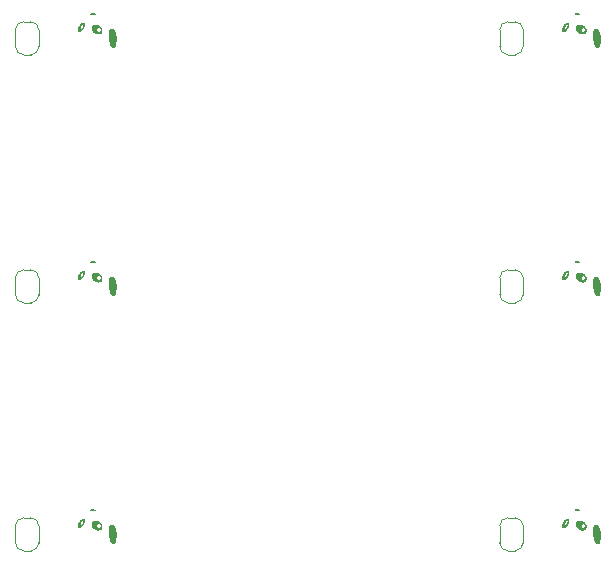
<source format=gbr>
G04 #@! TF.GenerationSoftware,KiCad,Pcbnew,5.0.2-bee76a0~70~ubuntu18.04.1*
G04 #@! TF.CreationDate,2020-02-26T15:26:05+01:00*
G04 #@! TF.ProjectId,output.rs485_usb_adapter_panel,6f757470-7574-42e7-9273-3438355f7573,rev?*
G04 #@! TF.SameCoordinates,Original*
G04 #@! TF.FileFunction,Legend,Bot*
G04 #@! TF.FilePolarity,Positive*
%FSLAX46Y46*%
G04 Gerber Fmt 4.6, Leading zero omitted, Abs format (unit mm)*
G04 Created by KiCad (PCBNEW 5.0.2-bee76a0~70~ubuntu18.04.1) date Wed 26 Feb 2020 03:26:05 PM CET*
%MOMM*%
%LPD*%
G01*
G04 APERTURE LIST*
%ADD10C,0.120000*%
%ADD11C,0.010000*%
%ADD12C,0.060000*%
G04 APERTURE END LIST*
D10*
G04 #@! TO.C,JP1*
X167900000Y-100900000D02*
X167900000Y-99500000D01*
X167200000Y-98800000D02*
X166600000Y-98800000D01*
X165900000Y-99500000D02*
X165900000Y-100900000D01*
X166600000Y-101600000D02*
X167200000Y-101600000D01*
X167200000Y-101600000D02*
G75*
G03X167900000Y-100900000I0J700000D01*
G01*
X165900000Y-100900000D02*
G75*
G03X166600000Y-101600000I700000J0D01*
G01*
X166600000Y-98800000D02*
G75*
G03X165900000Y-99500000I0J-700000D01*
G01*
X167900000Y-99500000D02*
G75*
G03X167200000Y-98800000I-700000J0D01*
G01*
X126900000Y-100900000D02*
X126900000Y-99500000D01*
X126200000Y-98800000D02*
X125600000Y-98800000D01*
X124900000Y-99500000D02*
X124900000Y-100900000D01*
X125600000Y-101600000D02*
X126200000Y-101600000D01*
X126200000Y-101600000D02*
G75*
G03X126900000Y-100900000I0J700000D01*
G01*
X124900000Y-100900000D02*
G75*
G03X125600000Y-101600000I700000J0D01*
G01*
X125600000Y-98800000D02*
G75*
G03X124900000Y-99500000I0J-700000D01*
G01*
X126900000Y-99500000D02*
G75*
G03X126200000Y-98800000I-700000J0D01*
G01*
X167900000Y-79900000D02*
X167900000Y-78500000D01*
X167200000Y-77800000D02*
X166600000Y-77800000D01*
X165900000Y-78500000D02*
X165900000Y-79900000D01*
X166600000Y-80600000D02*
X167200000Y-80600000D01*
X167200000Y-80600000D02*
G75*
G03X167900000Y-79900000I0J700000D01*
G01*
X165900000Y-79900000D02*
G75*
G03X166600000Y-80600000I700000J0D01*
G01*
X166600000Y-77800000D02*
G75*
G03X165900000Y-78500000I0J-700000D01*
G01*
X167900000Y-78500000D02*
G75*
G03X167200000Y-77800000I-700000J0D01*
G01*
X126900000Y-79900000D02*
X126900000Y-78500000D01*
X126200000Y-77800000D02*
X125600000Y-77800000D01*
X124900000Y-78500000D02*
X124900000Y-79900000D01*
X125600000Y-80600000D02*
X126200000Y-80600000D01*
X126200000Y-80600000D02*
G75*
G03X126900000Y-79900000I0J700000D01*
G01*
X124900000Y-79900000D02*
G75*
G03X125600000Y-80600000I700000J0D01*
G01*
X125600000Y-77800000D02*
G75*
G03X124900000Y-78500000I0J-700000D01*
G01*
X126900000Y-78500000D02*
G75*
G03X126200000Y-77800000I-700000J0D01*
G01*
X167900000Y-58900000D02*
X167900000Y-57500000D01*
X167200000Y-56800000D02*
X166600000Y-56800000D01*
X165900000Y-57500000D02*
X165900000Y-58900000D01*
X166600000Y-59600000D02*
X167200000Y-59600000D01*
X167200000Y-59600000D02*
G75*
G03X167900000Y-58900000I0J700000D01*
G01*
X165900000Y-58900000D02*
G75*
G03X166600000Y-59600000I700000J0D01*
G01*
X166600000Y-56800000D02*
G75*
G03X165900000Y-57500000I0J-700000D01*
G01*
X167900000Y-57500000D02*
G75*
G03X167200000Y-56800000I-700000J0D01*
G01*
D11*
G04 #@! TO.C,H3*
G36*
X174178201Y-100970262D02*
X174198348Y-100968035D01*
X174215863Y-100964436D01*
X174231188Y-100958692D01*
X174244766Y-100950029D01*
X174257039Y-100937676D01*
X174268450Y-100920860D01*
X174279440Y-100898807D01*
X174290453Y-100870745D01*
X174301931Y-100835901D01*
X174314316Y-100793502D01*
X174328050Y-100742775D01*
X174343577Y-100682948D01*
X174344299Y-100680133D01*
X174361506Y-100607526D01*
X174375540Y-100535724D01*
X174386689Y-100462557D01*
X174395238Y-100385850D01*
X174401474Y-100303431D01*
X174405609Y-100215240D01*
X174406717Y-100181595D01*
X174407222Y-100155475D01*
X174406933Y-100134251D01*
X174405658Y-100115297D01*
X174403208Y-100095986D01*
X174399391Y-100073691D01*
X174394016Y-100045783D01*
X174392872Y-100039980D01*
X174376391Y-99961289D01*
X174358865Y-99886594D01*
X174340546Y-99816661D01*
X174321687Y-99752259D01*
X174302541Y-99694155D01*
X174283359Y-99643118D01*
X174264394Y-99599915D01*
X174245900Y-99565314D01*
X174228657Y-99540707D01*
X174217953Y-99527251D01*
X174203677Y-99508283D01*
X174187975Y-99486689D01*
X174177487Y-99471848D01*
X174151986Y-99437725D01*
X174128222Y-99410799D01*
X174106922Y-99391816D01*
X174089823Y-99381894D01*
X174077848Y-99379302D01*
X174060149Y-99377642D01*
X174045639Y-99377288D01*
X174029049Y-99378134D01*
X174013769Y-99380976D01*
X173996746Y-99386697D01*
X173974929Y-99396182D01*
X173965960Y-99400382D01*
X173943192Y-99412106D01*
X173921706Y-99424819D01*
X173904652Y-99436582D01*
X173898199Y-99442045D01*
X173875298Y-99470290D01*
X173855228Y-99508117D01*
X173837972Y-99555580D01*
X173823507Y-99612731D01*
X173814959Y-99658980D01*
X173812442Y-99676236D01*
X173810422Y-99694413D01*
X173808848Y-99714826D01*
X173807672Y-99738792D01*
X173806843Y-99767625D01*
X173806312Y-99802641D01*
X173806029Y-99845156D01*
X173805945Y-99896484D01*
X173805945Y-99897740D01*
X173806068Y-99954222D01*
X173806514Y-100002569D01*
X173807403Y-100044808D01*
X173808857Y-100082963D01*
X173810997Y-100119058D01*
X173813942Y-100155118D01*
X173817814Y-100193167D01*
X173822734Y-100235231D01*
X173828823Y-100283333D01*
X173829068Y-100285222D01*
X173838126Y-100342246D01*
X173850976Y-100404701D01*
X173867031Y-100470699D01*
X173885706Y-100538352D01*
X173906413Y-100605773D01*
X173928565Y-100671073D01*
X173951577Y-100732365D01*
X173974862Y-100787761D01*
X173997832Y-100835374D01*
X174003030Y-100845063D01*
X174030897Y-100889165D01*
X174061983Y-100926483D01*
X174062588Y-100927104D01*
X174085380Y-100948381D01*
X174106068Y-100962098D01*
X174127763Y-100969417D01*
X174153575Y-100971498D01*
X174178201Y-100970262D01*
X174178201Y-100970262D01*
G37*
X174178201Y-100970262D02*
X174198348Y-100968035D01*
X174215863Y-100964436D01*
X174231188Y-100958692D01*
X174244766Y-100950029D01*
X174257039Y-100937676D01*
X174268450Y-100920860D01*
X174279440Y-100898807D01*
X174290453Y-100870745D01*
X174301931Y-100835901D01*
X174314316Y-100793502D01*
X174328050Y-100742775D01*
X174343577Y-100682948D01*
X174344299Y-100680133D01*
X174361506Y-100607526D01*
X174375540Y-100535724D01*
X174386689Y-100462557D01*
X174395238Y-100385850D01*
X174401474Y-100303431D01*
X174405609Y-100215240D01*
X174406717Y-100181595D01*
X174407222Y-100155475D01*
X174406933Y-100134251D01*
X174405658Y-100115297D01*
X174403208Y-100095986D01*
X174399391Y-100073691D01*
X174394016Y-100045783D01*
X174392872Y-100039980D01*
X174376391Y-99961289D01*
X174358865Y-99886594D01*
X174340546Y-99816661D01*
X174321687Y-99752259D01*
X174302541Y-99694155D01*
X174283359Y-99643118D01*
X174264394Y-99599915D01*
X174245900Y-99565314D01*
X174228657Y-99540707D01*
X174217953Y-99527251D01*
X174203677Y-99508283D01*
X174187975Y-99486689D01*
X174177487Y-99471848D01*
X174151986Y-99437725D01*
X174128222Y-99410799D01*
X174106922Y-99391816D01*
X174089823Y-99381894D01*
X174077848Y-99379302D01*
X174060149Y-99377642D01*
X174045639Y-99377288D01*
X174029049Y-99378134D01*
X174013769Y-99380976D01*
X173996746Y-99386697D01*
X173974929Y-99396182D01*
X173965960Y-99400382D01*
X173943192Y-99412106D01*
X173921706Y-99424819D01*
X173904652Y-99436582D01*
X173898199Y-99442045D01*
X173875298Y-99470290D01*
X173855228Y-99508117D01*
X173837972Y-99555580D01*
X173823507Y-99612731D01*
X173814959Y-99658980D01*
X173812442Y-99676236D01*
X173810422Y-99694413D01*
X173808848Y-99714826D01*
X173807672Y-99738792D01*
X173806843Y-99767625D01*
X173806312Y-99802641D01*
X173806029Y-99845156D01*
X173805945Y-99896484D01*
X173805945Y-99897740D01*
X173806068Y-99954222D01*
X173806514Y-100002569D01*
X173807403Y-100044808D01*
X173808857Y-100082963D01*
X173810997Y-100119058D01*
X173813942Y-100155118D01*
X173817814Y-100193167D01*
X173822734Y-100235231D01*
X173828823Y-100283333D01*
X173829068Y-100285222D01*
X173838126Y-100342246D01*
X173850976Y-100404701D01*
X173867031Y-100470699D01*
X173885706Y-100538352D01*
X173906413Y-100605773D01*
X173928565Y-100671073D01*
X173951577Y-100732365D01*
X173974862Y-100787761D01*
X173997832Y-100835374D01*
X174003030Y-100845063D01*
X174030897Y-100889165D01*
X174061983Y-100926483D01*
X174062588Y-100927104D01*
X174085380Y-100948381D01*
X174106068Y-100962098D01*
X174127763Y-100969417D01*
X174153575Y-100971498D01*
X174178201Y-100970262D01*
G36*
X133178201Y-100970262D02*
X133198348Y-100968035D01*
X133215863Y-100964436D01*
X133231188Y-100958692D01*
X133244766Y-100950029D01*
X133257039Y-100937676D01*
X133268450Y-100920860D01*
X133279440Y-100898807D01*
X133290453Y-100870745D01*
X133301931Y-100835901D01*
X133314316Y-100793502D01*
X133328050Y-100742775D01*
X133343577Y-100682948D01*
X133344299Y-100680133D01*
X133361506Y-100607526D01*
X133375540Y-100535724D01*
X133386689Y-100462557D01*
X133395238Y-100385850D01*
X133401474Y-100303431D01*
X133405609Y-100215240D01*
X133406717Y-100181595D01*
X133407222Y-100155475D01*
X133406933Y-100134251D01*
X133405658Y-100115297D01*
X133403208Y-100095986D01*
X133399391Y-100073691D01*
X133394016Y-100045783D01*
X133392872Y-100039980D01*
X133376391Y-99961289D01*
X133358865Y-99886594D01*
X133340546Y-99816661D01*
X133321687Y-99752259D01*
X133302541Y-99694155D01*
X133283359Y-99643118D01*
X133264394Y-99599915D01*
X133245900Y-99565314D01*
X133228657Y-99540707D01*
X133217953Y-99527251D01*
X133203677Y-99508283D01*
X133187975Y-99486689D01*
X133177487Y-99471848D01*
X133151986Y-99437725D01*
X133128222Y-99410799D01*
X133106922Y-99391816D01*
X133089823Y-99381894D01*
X133077848Y-99379302D01*
X133060149Y-99377642D01*
X133045639Y-99377288D01*
X133029049Y-99378134D01*
X133013769Y-99380976D01*
X132996746Y-99386697D01*
X132974929Y-99396182D01*
X132965960Y-99400382D01*
X132943192Y-99412106D01*
X132921706Y-99424819D01*
X132904652Y-99436582D01*
X132898199Y-99442045D01*
X132875298Y-99470290D01*
X132855228Y-99508117D01*
X132837972Y-99555580D01*
X132823507Y-99612731D01*
X132814959Y-99658980D01*
X132812442Y-99676236D01*
X132810422Y-99694413D01*
X132808848Y-99714826D01*
X132807672Y-99738792D01*
X132806843Y-99767625D01*
X132806312Y-99802641D01*
X132806029Y-99845156D01*
X132805945Y-99896484D01*
X132805945Y-99897740D01*
X132806068Y-99954222D01*
X132806514Y-100002569D01*
X132807403Y-100044808D01*
X132808857Y-100082963D01*
X132810997Y-100119058D01*
X132813942Y-100155118D01*
X132817814Y-100193167D01*
X132822734Y-100235231D01*
X132828823Y-100283333D01*
X132829068Y-100285222D01*
X132838126Y-100342246D01*
X132850976Y-100404701D01*
X132867031Y-100470699D01*
X132885706Y-100538352D01*
X132906413Y-100605773D01*
X132928565Y-100671073D01*
X132951577Y-100732365D01*
X132974862Y-100787761D01*
X132997832Y-100835374D01*
X133003030Y-100845063D01*
X133030897Y-100889165D01*
X133061983Y-100926483D01*
X133062588Y-100927104D01*
X133085380Y-100948381D01*
X133106068Y-100962098D01*
X133127763Y-100969417D01*
X133153575Y-100971498D01*
X133178201Y-100970262D01*
X133178201Y-100970262D01*
G37*
X133178201Y-100970262D02*
X133198348Y-100968035D01*
X133215863Y-100964436D01*
X133231188Y-100958692D01*
X133244766Y-100950029D01*
X133257039Y-100937676D01*
X133268450Y-100920860D01*
X133279440Y-100898807D01*
X133290453Y-100870745D01*
X133301931Y-100835901D01*
X133314316Y-100793502D01*
X133328050Y-100742775D01*
X133343577Y-100682948D01*
X133344299Y-100680133D01*
X133361506Y-100607526D01*
X133375540Y-100535724D01*
X133386689Y-100462557D01*
X133395238Y-100385850D01*
X133401474Y-100303431D01*
X133405609Y-100215240D01*
X133406717Y-100181595D01*
X133407222Y-100155475D01*
X133406933Y-100134251D01*
X133405658Y-100115297D01*
X133403208Y-100095986D01*
X133399391Y-100073691D01*
X133394016Y-100045783D01*
X133392872Y-100039980D01*
X133376391Y-99961289D01*
X133358865Y-99886594D01*
X133340546Y-99816661D01*
X133321687Y-99752259D01*
X133302541Y-99694155D01*
X133283359Y-99643118D01*
X133264394Y-99599915D01*
X133245900Y-99565314D01*
X133228657Y-99540707D01*
X133217953Y-99527251D01*
X133203677Y-99508283D01*
X133187975Y-99486689D01*
X133177487Y-99471848D01*
X133151986Y-99437725D01*
X133128222Y-99410799D01*
X133106922Y-99391816D01*
X133089823Y-99381894D01*
X133077848Y-99379302D01*
X133060149Y-99377642D01*
X133045639Y-99377288D01*
X133029049Y-99378134D01*
X133013769Y-99380976D01*
X132996746Y-99386697D01*
X132974929Y-99396182D01*
X132965960Y-99400382D01*
X132943192Y-99412106D01*
X132921706Y-99424819D01*
X132904652Y-99436582D01*
X132898199Y-99442045D01*
X132875298Y-99470290D01*
X132855228Y-99508117D01*
X132837972Y-99555580D01*
X132823507Y-99612731D01*
X132814959Y-99658980D01*
X132812442Y-99676236D01*
X132810422Y-99694413D01*
X132808848Y-99714826D01*
X132807672Y-99738792D01*
X132806843Y-99767625D01*
X132806312Y-99802641D01*
X132806029Y-99845156D01*
X132805945Y-99896484D01*
X132805945Y-99897740D01*
X132806068Y-99954222D01*
X132806514Y-100002569D01*
X132807403Y-100044808D01*
X132808857Y-100082963D01*
X132810997Y-100119058D01*
X132813942Y-100155118D01*
X132817814Y-100193167D01*
X132822734Y-100235231D01*
X132828823Y-100283333D01*
X132829068Y-100285222D01*
X132838126Y-100342246D01*
X132850976Y-100404701D01*
X132867031Y-100470699D01*
X132885706Y-100538352D01*
X132906413Y-100605773D01*
X132928565Y-100671073D01*
X132951577Y-100732365D01*
X132974862Y-100787761D01*
X132997832Y-100835374D01*
X133003030Y-100845063D01*
X133030897Y-100889165D01*
X133061983Y-100926483D01*
X133062588Y-100927104D01*
X133085380Y-100948381D01*
X133106068Y-100962098D01*
X133127763Y-100969417D01*
X133153575Y-100971498D01*
X133178201Y-100970262D01*
G36*
X174178201Y-79970262D02*
X174198348Y-79968035D01*
X174215863Y-79964436D01*
X174231188Y-79958692D01*
X174244766Y-79950029D01*
X174257039Y-79937676D01*
X174268450Y-79920860D01*
X174279440Y-79898807D01*
X174290453Y-79870745D01*
X174301931Y-79835901D01*
X174314316Y-79793502D01*
X174328050Y-79742775D01*
X174343577Y-79682948D01*
X174344299Y-79680133D01*
X174361506Y-79607526D01*
X174375540Y-79535724D01*
X174386689Y-79462557D01*
X174395238Y-79385850D01*
X174401474Y-79303431D01*
X174405609Y-79215240D01*
X174406717Y-79181595D01*
X174407222Y-79155475D01*
X174406933Y-79134251D01*
X174405658Y-79115297D01*
X174403208Y-79095986D01*
X174399391Y-79073691D01*
X174394016Y-79045783D01*
X174392872Y-79039980D01*
X174376391Y-78961289D01*
X174358865Y-78886594D01*
X174340546Y-78816661D01*
X174321687Y-78752259D01*
X174302541Y-78694155D01*
X174283359Y-78643118D01*
X174264394Y-78599915D01*
X174245900Y-78565314D01*
X174228657Y-78540707D01*
X174217953Y-78527251D01*
X174203677Y-78508283D01*
X174187975Y-78486689D01*
X174177487Y-78471848D01*
X174151986Y-78437725D01*
X174128222Y-78410799D01*
X174106922Y-78391816D01*
X174089823Y-78381894D01*
X174077848Y-78379302D01*
X174060149Y-78377642D01*
X174045639Y-78377288D01*
X174029049Y-78378134D01*
X174013769Y-78380976D01*
X173996746Y-78386697D01*
X173974929Y-78396182D01*
X173965960Y-78400382D01*
X173943192Y-78412106D01*
X173921706Y-78424819D01*
X173904652Y-78436582D01*
X173898199Y-78442045D01*
X173875298Y-78470290D01*
X173855228Y-78508117D01*
X173837972Y-78555580D01*
X173823507Y-78612731D01*
X173814959Y-78658980D01*
X173812442Y-78676236D01*
X173810422Y-78694413D01*
X173808848Y-78714826D01*
X173807672Y-78738792D01*
X173806843Y-78767625D01*
X173806312Y-78802641D01*
X173806029Y-78845156D01*
X173805945Y-78896484D01*
X173805945Y-78897740D01*
X173806068Y-78954222D01*
X173806514Y-79002569D01*
X173807403Y-79044808D01*
X173808857Y-79082963D01*
X173810997Y-79119058D01*
X173813942Y-79155118D01*
X173817814Y-79193167D01*
X173822734Y-79235231D01*
X173828823Y-79283333D01*
X173829068Y-79285222D01*
X173838126Y-79342246D01*
X173850976Y-79404701D01*
X173867031Y-79470699D01*
X173885706Y-79538352D01*
X173906413Y-79605773D01*
X173928565Y-79671073D01*
X173951577Y-79732365D01*
X173974862Y-79787761D01*
X173997832Y-79835374D01*
X174003030Y-79845063D01*
X174030897Y-79889165D01*
X174061983Y-79926483D01*
X174062588Y-79927104D01*
X174085380Y-79948381D01*
X174106068Y-79962098D01*
X174127763Y-79969417D01*
X174153575Y-79971498D01*
X174178201Y-79970262D01*
X174178201Y-79970262D01*
G37*
X174178201Y-79970262D02*
X174198348Y-79968035D01*
X174215863Y-79964436D01*
X174231188Y-79958692D01*
X174244766Y-79950029D01*
X174257039Y-79937676D01*
X174268450Y-79920860D01*
X174279440Y-79898807D01*
X174290453Y-79870745D01*
X174301931Y-79835901D01*
X174314316Y-79793502D01*
X174328050Y-79742775D01*
X174343577Y-79682948D01*
X174344299Y-79680133D01*
X174361506Y-79607526D01*
X174375540Y-79535724D01*
X174386689Y-79462557D01*
X174395238Y-79385850D01*
X174401474Y-79303431D01*
X174405609Y-79215240D01*
X174406717Y-79181595D01*
X174407222Y-79155475D01*
X174406933Y-79134251D01*
X174405658Y-79115297D01*
X174403208Y-79095986D01*
X174399391Y-79073691D01*
X174394016Y-79045783D01*
X174392872Y-79039980D01*
X174376391Y-78961289D01*
X174358865Y-78886594D01*
X174340546Y-78816661D01*
X174321687Y-78752259D01*
X174302541Y-78694155D01*
X174283359Y-78643118D01*
X174264394Y-78599915D01*
X174245900Y-78565314D01*
X174228657Y-78540707D01*
X174217953Y-78527251D01*
X174203677Y-78508283D01*
X174187975Y-78486689D01*
X174177487Y-78471848D01*
X174151986Y-78437725D01*
X174128222Y-78410799D01*
X174106922Y-78391816D01*
X174089823Y-78381894D01*
X174077848Y-78379302D01*
X174060149Y-78377642D01*
X174045639Y-78377288D01*
X174029049Y-78378134D01*
X174013769Y-78380976D01*
X173996746Y-78386697D01*
X173974929Y-78396182D01*
X173965960Y-78400382D01*
X173943192Y-78412106D01*
X173921706Y-78424819D01*
X173904652Y-78436582D01*
X173898199Y-78442045D01*
X173875298Y-78470290D01*
X173855228Y-78508117D01*
X173837972Y-78555580D01*
X173823507Y-78612731D01*
X173814959Y-78658980D01*
X173812442Y-78676236D01*
X173810422Y-78694413D01*
X173808848Y-78714826D01*
X173807672Y-78738792D01*
X173806843Y-78767625D01*
X173806312Y-78802641D01*
X173806029Y-78845156D01*
X173805945Y-78896484D01*
X173805945Y-78897740D01*
X173806068Y-78954222D01*
X173806514Y-79002569D01*
X173807403Y-79044808D01*
X173808857Y-79082963D01*
X173810997Y-79119058D01*
X173813942Y-79155118D01*
X173817814Y-79193167D01*
X173822734Y-79235231D01*
X173828823Y-79283333D01*
X173829068Y-79285222D01*
X173838126Y-79342246D01*
X173850976Y-79404701D01*
X173867031Y-79470699D01*
X173885706Y-79538352D01*
X173906413Y-79605773D01*
X173928565Y-79671073D01*
X173951577Y-79732365D01*
X173974862Y-79787761D01*
X173997832Y-79835374D01*
X174003030Y-79845063D01*
X174030897Y-79889165D01*
X174061983Y-79926483D01*
X174062588Y-79927104D01*
X174085380Y-79948381D01*
X174106068Y-79962098D01*
X174127763Y-79969417D01*
X174153575Y-79971498D01*
X174178201Y-79970262D01*
G36*
X133178201Y-79970262D02*
X133198348Y-79968035D01*
X133215863Y-79964436D01*
X133231188Y-79958692D01*
X133244766Y-79950029D01*
X133257039Y-79937676D01*
X133268450Y-79920860D01*
X133279440Y-79898807D01*
X133290453Y-79870745D01*
X133301931Y-79835901D01*
X133314316Y-79793502D01*
X133328050Y-79742775D01*
X133343577Y-79682948D01*
X133344299Y-79680133D01*
X133361506Y-79607526D01*
X133375540Y-79535724D01*
X133386689Y-79462557D01*
X133395238Y-79385850D01*
X133401474Y-79303431D01*
X133405609Y-79215240D01*
X133406717Y-79181595D01*
X133407222Y-79155475D01*
X133406933Y-79134251D01*
X133405658Y-79115297D01*
X133403208Y-79095986D01*
X133399391Y-79073691D01*
X133394016Y-79045783D01*
X133392872Y-79039980D01*
X133376391Y-78961289D01*
X133358865Y-78886594D01*
X133340546Y-78816661D01*
X133321687Y-78752259D01*
X133302541Y-78694155D01*
X133283359Y-78643118D01*
X133264394Y-78599915D01*
X133245900Y-78565314D01*
X133228657Y-78540707D01*
X133217953Y-78527251D01*
X133203677Y-78508283D01*
X133187975Y-78486689D01*
X133177487Y-78471848D01*
X133151986Y-78437725D01*
X133128222Y-78410799D01*
X133106922Y-78391816D01*
X133089823Y-78381894D01*
X133077848Y-78379302D01*
X133060149Y-78377642D01*
X133045639Y-78377288D01*
X133029049Y-78378134D01*
X133013769Y-78380976D01*
X132996746Y-78386697D01*
X132974929Y-78396182D01*
X132965960Y-78400382D01*
X132943192Y-78412106D01*
X132921706Y-78424819D01*
X132904652Y-78436582D01*
X132898199Y-78442045D01*
X132875298Y-78470290D01*
X132855228Y-78508117D01*
X132837972Y-78555580D01*
X132823507Y-78612731D01*
X132814959Y-78658980D01*
X132812442Y-78676236D01*
X132810422Y-78694413D01*
X132808848Y-78714826D01*
X132807672Y-78738792D01*
X132806843Y-78767625D01*
X132806312Y-78802641D01*
X132806029Y-78845156D01*
X132805945Y-78896484D01*
X132805945Y-78897740D01*
X132806068Y-78954222D01*
X132806514Y-79002569D01*
X132807403Y-79044808D01*
X132808857Y-79082963D01*
X132810997Y-79119058D01*
X132813942Y-79155118D01*
X132817814Y-79193167D01*
X132822734Y-79235231D01*
X132828823Y-79283333D01*
X132829068Y-79285222D01*
X132838126Y-79342246D01*
X132850976Y-79404701D01*
X132867031Y-79470699D01*
X132885706Y-79538352D01*
X132906413Y-79605773D01*
X132928565Y-79671073D01*
X132951577Y-79732365D01*
X132974862Y-79787761D01*
X132997832Y-79835374D01*
X133003030Y-79845063D01*
X133030897Y-79889165D01*
X133061983Y-79926483D01*
X133062588Y-79927104D01*
X133085380Y-79948381D01*
X133106068Y-79962098D01*
X133127763Y-79969417D01*
X133153575Y-79971498D01*
X133178201Y-79970262D01*
X133178201Y-79970262D01*
G37*
X133178201Y-79970262D02*
X133198348Y-79968035D01*
X133215863Y-79964436D01*
X133231188Y-79958692D01*
X133244766Y-79950029D01*
X133257039Y-79937676D01*
X133268450Y-79920860D01*
X133279440Y-79898807D01*
X133290453Y-79870745D01*
X133301931Y-79835901D01*
X133314316Y-79793502D01*
X133328050Y-79742775D01*
X133343577Y-79682948D01*
X133344299Y-79680133D01*
X133361506Y-79607526D01*
X133375540Y-79535724D01*
X133386689Y-79462557D01*
X133395238Y-79385850D01*
X133401474Y-79303431D01*
X133405609Y-79215240D01*
X133406717Y-79181595D01*
X133407222Y-79155475D01*
X133406933Y-79134251D01*
X133405658Y-79115297D01*
X133403208Y-79095986D01*
X133399391Y-79073691D01*
X133394016Y-79045783D01*
X133392872Y-79039980D01*
X133376391Y-78961289D01*
X133358865Y-78886594D01*
X133340546Y-78816661D01*
X133321687Y-78752259D01*
X133302541Y-78694155D01*
X133283359Y-78643118D01*
X133264394Y-78599915D01*
X133245900Y-78565314D01*
X133228657Y-78540707D01*
X133217953Y-78527251D01*
X133203677Y-78508283D01*
X133187975Y-78486689D01*
X133177487Y-78471848D01*
X133151986Y-78437725D01*
X133128222Y-78410799D01*
X133106922Y-78391816D01*
X133089823Y-78381894D01*
X133077848Y-78379302D01*
X133060149Y-78377642D01*
X133045639Y-78377288D01*
X133029049Y-78378134D01*
X133013769Y-78380976D01*
X132996746Y-78386697D01*
X132974929Y-78396182D01*
X132965960Y-78400382D01*
X132943192Y-78412106D01*
X132921706Y-78424819D01*
X132904652Y-78436582D01*
X132898199Y-78442045D01*
X132875298Y-78470290D01*
X132855228Y-78508117D01*
X132837972Y-78555580D01*
X132823507Y-78612731D01*
X132814959Y-78658980D01*
X132812442Y-78676236D01*
X132810422Y-78694413D01*
X132808848Y-78714826D01*
X132807672Y-78738792D01*
X132806843Y-78767625D01*
X132806312Y-78802641D01*
X132806029Y-78845156D01*
X132805945Y-78896484D01*
X132805945Y-78897740D01*
X132806068Y-78954222D01*
X132806514Y-79002569D01*
X132807403Y-79044808D01*
X132808857Y-79082963D01*
X132810997Y-79119058D01*
X132813942Y-79155118D01*
X132817814Y-79193167D01*
X132822734Y-79235231D01*
X132828823Y-79283333D01*
X132829068Y-79285222D01*
X132838126Y-79342246D01*
X132850976Y-79404701D01*
X132867031Y-79470699D01*
X132885706Y-79538352D01*
X132906413Y-79605773D01*
X132928565Y-79671073D01*
X132951577Y-79732365D01*
X132974862Y-79787761D01*
X132997832Y-79835374D01*
X133003030Y-79845063D01*
X133030897Y-79889165D01*
X133061983Y-79926483D01*
X133062588Y-79927104D01*
X133085380Y-79948381D01*
X133106068Y-79962098D01*
X133127763Y-79969417D01*
X133153575Y-79971498D01*
X133178201Y-79970262D01*
G36*
X174178201Y-58970262D02*
X174198348Y-58968035D01*
X174215863Y-58964436D01*
X174231188Y-58958692D01*
X174244766Y-58950029D01*
X174257039Y-58937676D01*
X174268450Y-58920860D01*
X174279440Y-58898807D01*
X174290453Y-58870745D01*
X174301931Y-58835901D01*
X174314316Y-58793502D01*
X174328050Y-58742775D01*
X174343577Y-58682948D01*
X174344299Y-58680133D01*
X174361506Y-58607526D01*
X174375540Y-58535724D01*
X174386689Y-58462557D01*
X174395238Y-58385850D01*
X174401474Y-58303431D01*
X174405609Y-58215240D01*
X174406717Y-58181595D01*
X174407222Y-58155475D01*
X174406933Y-58134251D01*
X174405658Y-58115297D01*
X174403208Y-58095986D01*
X174399391Y-58073691D01*
X174394016Y-58045783D01*
X174392872Y-58039980D01*
X174376391Y-57961289D01*
X174358865Y-57886594D01*
X174340546Y-57816661D01*
X174321687Y-57752259D01*
X174302541Y-57694155D01*
X174283359Y-57643118D01*
X174264394Y-57599915D01*
X174245900Y-57565314D01*
X174228657Y-57540707D01*
X174217953Y-57527251D01*
X174203677Y-57508283D01*
X174187975Y-57486689D01*
X174177487Y-57471848D01*
X174151986Y-57437725D01*
X174128222Y-57410799D01*
X174106922Y-57391816D01*
X174089823Y-57381894D01*
X174077848Y-57379302D01*
X174060149Y-57377642D01*
X174045639Y-57377288D01*
X174029049Y-57378134D01*
X174013769Y-57380976D01*
X173996746Y-57386697D01*
X173974929Y-57396182D01*
X173965960Y-57400382D01*
X173943192Y-57412106D01*
X173921706Y-57424819D01*
X173904652Y-57436582D01*
X173898199Y-57442045D01*
X173875298Y-57470290D01*
X173855228Y-57508117D01*
X173837972Y-57555580D01*
X173823507Y-57612731D01*
X173814959Y-57658980D01*
X173812442Y-57676236D01*
X173810422Y-57694413D01*
X173808848Y-57714826D01*
X173807672Y-57738792D01*
X173806843Y-57767625D01*
X173806312Y-57802641D01*
X173806029Y-57845156D01*
X173805945Y-57896484D01*
X173805945Y-57897740D01*
X173806068Y-57954222D01*
X173806514Y-58002569D01*
X173807403Y-58044808D01*
X173808857Y-58082963D01*
X173810997Y-58119058D01*
X173813942Y-58155118D01*
X173817814Y-58193167D01*
X173822734Y-58235231D01*
X173828823Y-58283333D01*
X173829068Y-58285222D01*
X173838126Y-58342246D01*
X173850976Y-58404701D01*
X173867031Y-58470699D01*
X173885706Y-58538352D01*
X173906413Y-58605773D01*
X173928565Y-58671073D01*
X173951577Y-58732365D01*
X173974862Y-58787761D01*
X173997832Y-58835374D01*
X174003030Y-58845063D01*
X174030897Y-58889165D01*
X174061983Y-58926483D01*
X174062588Y-58927104D01*
X174085380Y-58948381D01*
X174106068Y-58962098D01*
X174127763Y-58969417D01*
X174153575Y-58971498D01*
X174178201Y-58970262D01*
X174178201Y-58970262D01*
G37*
X174178201Y-58970262D02*
X174198348Y-58968035D01*
X174215863Y-58964436D01*
X174231188Y-58958692D01*
X174244766Y-58950029D01*
X174257039Y-58937676D01*
X174268450Y-58920860D01*
X174279440Y-58898807D01*
X174290453Y-58870745D01*
X174301931Y-58835901D01*
X174314316Y-58793502D01*
X174328050Y-58742775D01*
X174343577Y-58682948D01*
X174344299Y-58680133D01*
X174361506Y-58607526D01*
X174375540Y-58535724D01*
X174386689Y-58462557D01*
X174395238Y-58385850D01*
X174401474Y-58303431D01*
X174405609Y-58215240D01*
X174406717Y-58181595D01*
X174407222Y-58155475D01*
X174406933Y-58134251D01*
X174405658Y-58115297D01*
X174403208Y-58095986D01*
X174399391Y-58073691D01*
X174394016Y-58045783D01*
X174392872Y-58039980D01*
X174376391Y-57961289D01*
X174358865Y-57886594D01*
X174340546Y-57816661D01*
X174321687Y-57752259D01*
X174302541Y-57694155D01*
X174283359Y-57643118D01*
X174264394Y-57599915D01*
X174245900Y-57565314D01*
X174228657Y-57540707D01*
X174217953Y-57527251D01*
X174203677Y-57508283D01*
X174187975Y-57486689D01*
X174177487Y-57471848D01*
X174151986Y-57437725D01*
X174128222Y-57410799D01*
X174106922Y-57391816D01*
X174089823Y-57381894D01*
X174077848Y-57379302D01*
X174060149Y-57377642D01*
X174045639Y-57377288D01*
X174029049Y-57378134D01*
X174013769Y-57380976D01*
X173996746Y-57386697D01*
X173974929Y-57396182D01*
X173965960Y-57400382D01*
X173943192Y-57412106D01*
X173921706Y-57424819D01*
X173904652Y-57436582D01*
X173898199Y-57442045D01*
X173875298Y-57470290D01*
X173855228Y-57508117D01*
X173837972Y-57555580D01*
X173823507Y-57612731D01*
X173814959Y-57658980D01*
X173812442Y-57676236D01*
X173810422Y-57694413D01*
X173808848Y-57714826D01*
X173807672Y-57738792D01*
X173806843Y-57767625D01*
X173806312Y-57802641D01*
X173806029Y-57845156D01*
X173805945Y-57896484D01*
X173805945Y-57897740D01*
X173806068Y-57954222D01*
X173806514Y-58002569D01*
X173807403Y-58044808D01*
X173808857Y-58082963D01*
X173810997Y-58119058D01*
X173813942Y-58155118D01*
X173817814Y-58193167D01*
X173822734Y-58235231D01*
X173828823Y-58283333D01*
X173829068Y-58285222D01*
X173838126Y-58342246D01*
X173850976Y-58404701D01*
X173867031Y-58470699D01*
X173885706Y-58538352D01*
X173906413Y-58605773D01*
X173928565Y-58671073D01*
X173951577Y-58732365D01*
X173974862Y-58787761D01*
X173997832Y-58835374D01*
X174003030Y-58845063D01*
X174030897Y-58889165D01*
X174061983Y-58926483D01*
X174062588Y-58927104D01*
X174085380Y-58948381D01*
X174106068Y-58962098D01*
X174127763Y-58969417D01*
X174153575Y-58971498D01*
X174178201Y-58970262D01*
D12*
G04 #@! TO.C,H4*
G36*
X172624692Y-98168170D02*
X172628884Y-98162762D01*
X172629842Y-98154566D01*
X172625424Y-98149146D01*
X172613375Y-98141290D01*
X172595655Y-98131907D01*
X172574225Y-98121910D01*
X172551046Y-98112209D01*
X172528078Y-98103716D01*
X172507282Y-98097341D01*
X172505917Y-98096987D01*
X172462856Y-98089514D01*
X172414361Y-98087140D01*
X172363785Y-98089862D01*
X172317500Y-98097035D01*
X172290200Y-98102814D01*
X172271309Y-98107027D01*
X172259286Y-98110160D01*
X172252588Y-98112698D01*
X172249673Y-98115124D01*
X172248999Y-98117924D01*
X172248997Y-98118567D01*
X172250026Y-98126273D01*
X172253898Y-98130916D01*
X172262140Y-98132631D01*
X172276276Y-98131551D01*
X172297832Y-98127810D01*
X172314960Y-98124343D01*
X172373922Y-98114891D01*
X172427388Y-98112559D01*
X172477312Y-98117558D01*
X172525646Y-98130099D01*
X172574342Y-98150391D01*
X172579221Y-98152812D01*
X172601207Y-98163242D01*
X172615915Y-98168346D01*
X172624692Y-98168170D01*
X172624692Y-98168170D01*
G37*
X172624692Y-98168170D02*
X172628884Y-98162762D01*
X172629842Y-98154566D01*
X172625424Y-98149146D01*
X172613375Y-98141290D01*
X172595655Y-98131907D01*
X172574225Y-98121910D01*
X172551046Y-98112209D01*
X172528078Y-98103716D01*
X172507282Y-98097341D01*
X172505917Y-98096987D01*
X172462856Y-98089514D01*
X172414361Y-98087140D01*
X172363785Y-98089862D01*
X172317500Y-98097035D01*
X172290200Y-98102814D01*
X172271309Y-98107027D01*
X172259286Y-98110160D01*
X172252588Y-98112698D01*
X172249673Y-98115124D01*
X172248999Y-98117924D01*
X172248997Y-98118567D01*
X172250026Y-98126273D01*
X172253898Y-98130916D01*
X172262140Y-98132631D01*
X172276276Y-98131551D01*
X172297832Y-98127810D01*
X172314960Y-98124343D01*
X172373922Y-98114891D01*
X172427388Y-98112559D01*
X172477312Y-98117558D01*
X172525646Y-98130099D01*
X172574342Y-98150391D01*
X172579221Y-98152812D01*
X172601207Y-98163242D01*
X172615915Y-98168346D01*
X172624692Y-98168170D01*
D11*
G36*
X171293665Y-99607600D02*
X171311199Y-99605185D01*
X171327879Y-99599924D01*
X171346678Y-99591596D01*
X171396544Y-99563190D01*
X171446028Y-99525974D01*
X171494186Y-99481287D01*
X171540077Y-99430464D01*
X171582757Y-99374842D01*
X171621285Y-99315756D01*
X171654717Y-99254544D01*
X171682112Y-99192541D01*
X171702526Y-99131083D01*
X171715018Y-99071508D01*
X171715381Y-99068871D01*
X171718149Y-99025804D01*
X171714456Y-98987743D01*
X171704593Y-98955573D01*
X171688853Y-98930178D01*
X171667525Y-98912444D01*
X171663187Y-98910168D01*
X171635219Y-98901682D01*
X171603409Y-98900419D01*
X171571189Y-98906512D01*
X171570740Y-98906654D01*
X171527203Y-98924943D01*
X171482270Y-98952158D01*
X171436881Y-98987335D01*
X171391976Y-99029513D01*
X171348495Y-99077728D01*
X171307378Y-99131018D01*
X171269565Y-99188421D01*
X171235996Y-99248974D01*
X171235540Y-99249881D01*
X171210181Y-99304155D01*
X171201711Y-99326426D01*
X171355284Y-99326426D01*
X171355543Y-99298685D01*
X171358121Y-99270689D01*
X171362567Y-99247298D01*
X171372407Y-99217135D01*
X171386999Y-99182844D01*
X171404535Y-99148056D01*
X171423208Y-99116404D01*
X171438382Y-99094978D01*
X171469895Y-99059194D01*
X171501152Y-99031105D01*
X171531506Y-99011000D01*
X171560309Y-98999166D01*
X171586913Y-98995891D01*
X171610670Y-99001462D01*
X171626133Y-99011534D01*
X171640767Y-99028001D01*
X171650019Y-99047997D01*
X171654606Y-99073687D01*
X171655402Y-99099684D01*
X171651584Y-99138915D01*
X171641587Y-99179233D01*
X171626265Y-99219549D01*
X171606466Y-99258772D01*
X171583042Y-99295812D01*
X171556844Y-99329579D01*
X171528723Y-99358982D01*
X171499529Y-99382931D01*
X171470113Y-99400336D01*
X171441326Y-99410106D01*
X171414019Y-99411151D01*
X171412521Y-99410925D01*
X171390226Y-99402390D01*
X171371870Y-99385571D01*
X171361805Y-99368314D01*
X171357365Y-99350705D01*
X171355284Y-99326426D01*
X171201711Y-99326426D01*
X171191505Y-99353258D01*
X171178956Y-99399150D01*
X171171980Y-99443791D01*
X171170024Y-99481180D01*
X171170147Y-99506266D01*
X171171356Y-99524220D01*
X171174108Y-99538050D01*
X171178861Y-99550765D01*
X171181443Y-99556249D01*
X171192212Y-99573579D01*
X171205671Y-99589267D01*
X171211471Y-99594349D01*
X171221774Y-99601392D01*
X171231873Y-99605548D01*
X171244939Y-99607557D01*
X171264145Y-99608162D01*
X171270641Y-99608180D01*
X171293665Y-99607600D01*
X171293665Y-99607600D01*
G37*
X171293665Y-99607600D02*
X171311199Y-99605185D01*
X171327879Y-99599924D01*
X171346678Y-99591596D01*
X171396544Y-99563190D01*
X171446028Y-99525974D01*
X171494186Y-99481287D01*
X171540077Y-99430464D01*
X171582757Y-99374842D01*
X171621285Y-99315756D01*
X171654717Y-99254544D01*
X171682112Y-99192541D01*
X171702526Y-99131083D01*
X171715018Y-99071508D01*
X171715381Y-99068871D01*
X171718149Y-99025804D01*
X171714456Y-98987743D01*
X171704593Y-98955573D01*
X171688853Y-98930178D01*
X171667525Y-98912444D01*
X171663187Y-98910168D01*
X171635219Y-98901682D01*
X171603409Y-98900419D01*
X171571189Y-98906512D01*
X171570740Y-98906654D01*
X171527203Y-98924943D01*
X171482270Y-98952158D01*
X171436881Y-98987335D01*
X171391976Y-99029513D01*
X171348495Y-99077728D01*
X171307378Y-99131018D01*
X171269565Y-99188421D01*
X171235996Y-99248974D01*
X171235540Y-99249881D01*
X171210181Y-99304155D01*
X171201711Y-99326426D01*
X171355284Y-99326426D01*
X171355543Y-99298685D01*
X171358121Y-99270689D01*
X171362567Y-99247298D01*
X171372407Y-99217135D01*
X171386999Y-99182844D01*
X171404535Y-99148056D01*
X171423208Y-99116404D01*
X171438382Y-99094978D01*
X171469895Y-99059194D01*
X171501152Y-99031105D01*
X171531506Y-99011000D01*
X171560309Y-98999166D01*
X171586913Y-98995891D01*
X171610670Y-99001462D01*
X171626133Y-99011534D01*
X171640767Y-99028001D01*
X171650019Y-99047997D01*
X171654606Y-99073687D01*
X171655402Y-99099684D01*
X171651584Y-99138915D01*
X171641587Y-99179233D01*
X171626265Y-99219549D01*
X171606466Y-99258772D01*
X171583042Y-99295812D01*
X171556844Y-99329579D01*
X171528723Y-99358982D01*
X171499529Y-99382931D01*
X171470113Y-99400336D01*
X171441326Y-99410106D01*
X171414019Y-99411151D01*
X171412521Y-99410925D01*
X171390226Y-99402390D01*
X171371870Y-99385571D01*
X171361805Y-99368314D01*
X171357365Y-99350705D01*
X171355284Y-99326426D01*
X171201711Y-99326426D01*
X171191505Y-99353258D01*
X171178956Y-99399150D01*
X171171980Y-99443791D01*
X171170024Y-99481180D01*
X171170147Y-99506266D01*
X171171356Y-99524220D01*
X171174108Y-99538050D01*
X171178861Y-99550765D01*
X171181443Y-99556249D01*
X171192212Y-99573579D01*
X171205671Y-99589267D01*
X171211471Y-99594349D01*
X171221774Y-99601392D01*
X171231873Y-99605548D01*
X171244939Y-99607557D01*
X171264145Y-99608162D01*
X171270641Y-99608180D01*
X171293665Y-99607600D01*
G36*
X172918423Y-99798223D02*
X172956263Y-99794934D01*
X172976759Y-99791103D01*
X173028390Y-99774126D01*
X173073060Y-99750346D01*
X173110646Y-99720473D01*
X173141024Y-99685219D01*
X173164071Y-99645297D01*
X173179661Y-99601417D01*
X173187672Y-99554292D01*
X173187980Y-99504634D01*
X173180461Y-99453154D01*
X173164990Y-99400564D01*
X173141445Y-99347576D01*
X173109701Y-99294901D01*
X173071669Y-99245602D01*
X173022024Y-99194494D01*
X172967034Y-99149745D01*
X172907863Y-99111858D01*
X172845678Y-99081334D01*
X172781645Y-99058675D01*
X172716929Y-99044383D01*
X172652695Y-99038959D01*
X172598218Y-99041831D01*
X172543393Y-99052893D01*
X172494297Y-99071964D01*
X172451371Y-99098852D01*
X172432887Y-99114667D01*
X172401140Y-99148564D01*
X172378000Y-99183038D01*
X172362118Y-99220680D01*
X172352141Y-99264084D01*
X172350986Y-99271855D01*
X172348426Y-99326245D01*
X172355286Y-99381309D01*
X172370934Y-99436248D01*
X172384275Y-99466525D01*
X172749164Y-99466525D01*
X172751545Y-99444888D01*
X172764506Y-99400696D01*
X172785689Y-99361343D01*
X172814198Y-99327878D01*
X172849137Y-99301347D01*
X172889610Y-99282796D01*
X172890453Y-99282519D01*
X172910411Y-99278540D01*
X172937461Y-99276848D01*
X172955684Y-99277024D01*
X172979938Y-99278429D01*
X172998324Y-99281366D01*
X173015122Y-99286824D01*
X173032690Y-99294845D01*
X173069679Y-99318212D01*
X173100282Y-99348052D01*
X173123754Y-99382952D01*
X173139349Y-99421496D01*
X173146322Y-99462272D01*
X173143925Y-99503866D01*
X173143670Y-99505278D01*
X173130966Y-99547176D01*
X173109644Y-99585562D01*
X173080985Y-99618785D01*
X173046270Y-99645194D01*
X173027445Y-99655142D01*
X172997518Y-99664650D01*
X172962396Y-99669214D01*
X172925790Y-99668775D01*
X172891413Y-99663276D01*
X172873531Y-99657574D01*
X172838383Y-99638514D01*
X172807691Y-99612056D01*
X172782440Y-99579913D01*
X172763613Y-99543801D01*
X172752193Y-99505433D01*
X172749164Y-99466525D01*
X172384275Y-99466525D01*
X172394736Y-99490264D01*
X172426061Y-99542559D01*
X172464274Y-99592334D01*
X172508745Y-99638793D01*
X172558840Y-99681136D01*
X172613926Y-99718566D01*
X172673370Y-99750284D01*
X172736541Y-99775493D01*
X172754886Y-99781299D01*
X172791263Y-99789762D01*
X172832757Y-99795497D01*
X172876199Y-99798364D01*
X172918423Y-99798223D01*
X172918423Y-99798223D01*
G37*
X172918423Y-99798223D02*
X172956263Y-99794934D01*
X172976759Y-99791103D01*
X173028390Y-99774126D01*
X173073060Y-99750346D01*
X173110646Y-99720473D01*
X173141024Y-99685219D01*
X173164071Y-99645297D01*
X173179661Y-99601417D01*
X173187672Y-99554292D01*
X173187980Y-99504634D01*
X173180461Y-99453154D01*
X173164990Y-99400564D01*
X173141445Y-99347576D01*
X173109701Y-99294901D01*
X173071669Y-99245602D01*
X173022024Y-99194494D01*
X172967034Y-99149745D01*
X172907863Y-99111858D01*
X172845678Y-99081334D01*
X172781645Y-99058675D01*
X172716929Y-99044383D01*
X172652695Y-99038959D01*
X172598218Y-99041831D01*
X172543393Y-99052893D01*
X172494297Y-99071964D01*
X172451371Y-99098852D01*
X172432887Y-99114667D01*
X172401140Y-99148564D01*
X172378000Y-99183038D01*
X172362118Y-99220680D01*
X172352141Y-99264084D01*
X172350986Y-99271855D01*
X172348426Y-99326245D01*
X172355286Y-99381309D01*
X172370934Y-99436248D01*
X172384275Y-99466525D01*
X172749164Y-99466525D01*
X172751545Y-99444888D01*
X172764506Y-99400696D01*
X172785689Y-99361343D01*
X172814198Y-99327878D01*
X172849137Y-99301347D01*
X172889610Y-99282796D01*
X172890453Y-99282519D01*
X172910411Y-99278540D01*
X172937461Y-99276848D01*
X172955684Y-99277024D01*
X172979938Y-99278429D01*
X172998324Y-99281366D01*
X173015122Y-99286824D01*
X173032690Y-99294845D01*
X173069679Y-99318212D01*
X173100282Y-99348052D01*
X173123754Y-99382952D01*
X173139349Y-99421496D01*
X173146322Y-99462272D01*
X173143925Y-99503866D01*
X173143670Y-99505278D01*
X173130966Y-99547176D01*
X173109644Y-99585562D01*
X173080985Y-99618785D01*
X173046270Y-99645194D01*
X173027445Y-99655142D01*
X172997518Y-99664650D01*
X172962396Y-99669214D01*
X172925790Y-99668775D01*
X172891413Y-99663276D01*
X172873531Y-99657574D01*
X172838383Y-99638514D01*
X172807691Y-99612056D01*
X172782440Y-99579913D01*
X172763613Y-99543801D01*
X172752193Y-99505433D01*
X172749164Y-99466525D01*
X172384275Y-99466525D01*
X172394736Y-99490264D01*
X172426061Y-99542559D01*
X172464274Y-99592334D01*
X172508745Y-99638793D01*
X172558840Y-99681136D01*
X172613926Y-99718566D01*
X172673370Y-99750284D01*
X172736541Y-99775493D01*
X172754886Y-99781299D01*
X172791263Y-99789762D01*
X172832757Y-99795497D01*
X172876199Y-99798364D01*
X172918423Y-99798223D01*
D12*
G36*
X131624692Y-98168170D02*
X131628884Y-98162762D01*
X131629842Y-98154566D01*
X131625424Y-98149146D01*
X131613375Y-98141290D01*
X131595655Y-98131907D01*
X131574225Y-98121910D01*
X131551046Y-98112209D01*
X131528078Y-98103716D01*
X131507282Y-98097341D01*
X131505917Y-98096987D01*
X131462856Y-98089514D01*
X131414361Y-98087140D01*
X131363785Y-98089862D01*
X131317500Y-98097035D01*
X131290200Y-98102814D01*
X131271309Y-98107027D01*
X131259286Y-98110160D01*
X131252588Y-98112698D01*
X131249673Y-98115124D01*
X131248999Y-98117924D01*
X131248997Y-98118567D01*
X131250026Y-98126273D01*
X131253898Y-98130916D01*
X131262140Y-98132631D01*
X131276276Y-98131551D01*
X131297832Y-98127810D01*
X131314960Y-98124343D01*
X131373922Y-98114891D01*
X131427388Y-98112559D01*
X131477312Y-98117558D01*
X131525646Y-98130099D01*
X131574342Y-98150391D01*
X131579221Y-98152812D01*
X131601207Y-98163242D01*
X131615915Y-98168346D01*
X131624692Y-98168170D01*
X131624692Y-98168170D01*
G37*
X131624692Y-98168170D02*
X131628884Y-98162762D01*
X131629842Y-98154566D01*
X131625424Y-98149146D01*
X131613375Y-98141290D01*
X131595655Y-98131907D01*
X131574225Y-98121910D01*
X131551046Y-98112209D01*
X131528078Y-98103716D01*
X131507282Y-98097341D01*
X131505917Y-98096987D01*
X131462856Y-98089514D01*
X131414361Y-98087140D01*
X131363785Y-98089862D01*
X131317500Y-98097035D01*
X131290200Y-98102814D01*
X131271309Y-98107027D01*
X131259286Y-98110160D01*
X131252588Y-98112698D01*
X131249673Y-98115124D01*
X131248999Y-98117924D01*
X131248997Y-98118567D01*
X131250026Y-98126273D01*
X131253898Y-98130916D01*
X131262140Y-98132631D01*
X131276276Y-98131551D01*
X131297832Y-98127810D01*
X131314960Y-98124343D01*
X131373922Y-98114891D01*
X131427388Y-98112559D01*
X131477312Y-98117558D01*
X131525646Y-98130099D01*
X131574342Y-98150391D01*
X131579221Y-98152812D01*
X131601207Y-98163242D01*
X131615915Y-98168346D01*
X131624692Y-98168170D01*
D11*
G36*
X130293665Y-99607600D02*
X130311199Y-99605185D01*
X130327879Y-99599924D01*
X130346678Y-99591596D01*
X130396544Y-99563190D01*
X130446028Y-99525974D01*
X130494186Y-99481287D01*
X130540077Y-99430464D01*
X130582757Y-99374842D01*
X130621285Y-99315756D01*
X130654717Y-99254544D01*
X130682112Y-99192541D01*
X130702526Y-99131083D01*
X130715018Y-99071508D01*
X130715381Y-99068871D01*
X130718149Y-99025804D01*
X130714456Y-98987743D01*
X130704593Y-98955573D01*
X130688853Y-98930178D01*
X130667525Y-98912444D01*
X130663187Y-98910168D01*
X130635219Y-98901682D01*
X130603409Y-98900419D01*
X130571189Y-98906512D01*
X130570740Y-98906654D01*
X130527203Y-98924943D01*
X130482270Y-98952158D01*
X130436881Y-98987335D01*
X130391976Y-99029513D01*
X130348495Y-99077728D01*
X130307378Y-99131018D01*
X130269565Y-99188421D01*
X130235996Y-99248974D01*
X130235540Y-99249881D01*
X130210181Y-99304155D01*
X130201711Y-99326426D01*
X130355284Y-99326426D01*
X130355543Y-99298685D01*
X130358121Y-99270689D01*
X130362567Y-99247298D01*
X130372407Y-99217135D01*
X130386999Y-99182844D01*
X130404535Y-99148056D01*
X130423208Y-99116404D01*
X130438382Y-99094978D01*
X130469895Y-99059194D01*
X130501152Y-99031105D01*
X130531506Y-99011000D01*
X130560309Y-98999166D01*
X130586913Y-98995891D01*
X130610670Y-99001462D01*
X130626133Y-99011534D01*
X130640767Y-99028001D01*
X130650019Y-99047997D01*
X130654606Y-99073687D01*
X130655402Y-99099684D01*
X130651584Y-99138915D01*
X130641587Y-99179233D01*
X130626265Y-99219549D01*
X130606466Y-99258772D01*
X130583042Y-99295812D01*
X130556844Y-99329579D01*
X130528723Y-99358982D01*
X130499529Y-99382931D01*
X130470113Y-99400336D01*
X130441326Y-99410106D01*
X130414019Y-99411151D01*
X130412521Y-99410925D01*
X130390226Y-99402390D01*
X130371870Y-99385571D01*
X130361805Y-99368314D01*
X130357365Y-99350705D01*
X130355284Y-99326426D01*
X130201711Y-99326426D01*
X130191505Y-99353258D01*
X130178956Y-99399150D01*
X130171980Y-99443791D01*
X130170024Y-99481180D01*
X130170147Y-99506266D01*
X130171356Y-99524220D01*
X130174108Y-99538050D01*
X130178861Y-99550765D01*
X130181443Y-99556249D01*
X130192212Y-99573579D01*
X130205671Y-99589267D01*
X130211471Y-99594349D01*
X130221774Y-99601392D01*
X130231873Y-99605548D01*
X130244939Y-99607557D01*
X130264145Y-99608162D01*
X130270641Y-99608180D01*
X130293665Y-99607600D01*
X130293665Y-99607600D01*
G37*
X130293665Y-99607600D02*
X130311199Y-99605185D01*
X130327879Y-99599924D01*
X130346678Y-99591596D01*
X130396544Y-99563190D01*
X130446028Y-99525974D01*
X130494186Y-99481287D01*
X130540077Y-99430464D01*
X130582757Y-99374842D01*
X130621285Y-99315756D01*
X130654717Y-99254544D01*
X130682112Y-99192541D01*
X130702526Y-99131083D01*
X130715018Y-99071508D01*
X130715381Y-99068871D01*
X130718149Y-99025804D01*
X130714456Y-98987743D01*
X130704593Y-98955573D01*
X130688853Y-98930178D01*
X130667525Y-98912444D01*
X130663187Y-98910168D01*
X130635219Y-98901682D01*
X130603409Y-98900419D01*
X130571189Y-98906512D01*
X130570740Y-98906654D01*
X130527203Y-98924943D01*
X130482270Y-98952158D01*
X130436881Y-98987335D01*
X130391976Y-99029513D01*
X130348495Y-99077728D01*
X130307378Y-99131018D01*
X130269565Y-99188421D01*
X130235996Y-99248974D01*
X130235540Y-99249881D01*
X130210181Y-99304155D01*
X130201711Y-99326426D01*
X130355284Y-99326426D01*
X130355543Y-99298685D01*
X130358121Y-99270689D01*
X130362567Y-99247298D01*
X130372407Y-99217135D01*
X130386999Y-99182844D01*
X130404535Y-99148056D01*
X130423208Y-99116404D01*
X130438382Y-99094978D01*
X130469895Y-99059194D01*
X130501152Y-99031105D01*
X130531506Y-99011000D01*
X130560309Y-98999166D01*
X130586913Y-98995891D01*
X130610670Y-99001462D01*
X130626133Y-99011534D01*
X130640767Y-99028001D01*
X130650019Y-99047997D01*
X130654606Y-99073687D01*
X130655402Y-99099684D01*
X130651584Y-99138915D01*
X130641587Y-99179233D01*
X130626265Y-99219549D01*
X130606466Y-99258772D01*
X130583042Y-99295812D01*
X130556844Y-99329579D01*
X130528723Y-99358982D01*
X130499529Y-99382931D01*
X130470113Y-99400336D01*
X130441326Y-99410106D01*
X130414019Y-99411151D01*
X130412521Y-99410925D01*
X130390226Y-99402390D01*
X130371870Y-99385571D01*
X130361805Y-99368314D01*
X130357365Y-99350705D01*
X130355284Y-99326426D01*
X130201711Y-99326426D01*
X130191505Y-99353258D01*
X130178956Y-99399150D01*
X130171980Y-99443791D01*
X130170024Y-99481180D01*
X130170147Y-99506266D01*
X130171356Y-99524220D01*
X130174108Y-99538050D01*
X130178861Y-99550765D01*
X130181443Y-99556249D01*
X130192212Y-99573579D01*
X130205671Y-99589267D01*
X130211471Y-99594349D01*
X130221774Y-99601392D01*
X130231873Y-99605548D01*
X130244939Y-99607557D01*
X130264145Y-99608162D01*
X130270641Y-99608180D01*
X130293665Y-99607600D01*
G36*
X131918423Y-99798223D02*
X131956263Y-99794934D01*
X131976759Y-99791103D01*
X132028390Y-99774126D01*
X132073060Y-99750346D01*
X132110646Y-99720473D01*
X132141024Y-99685219D01*
X132164071Y-99645297D01*
X132179661Y-99601417D01*
X132187672Y-99554292D01*
X132187980Y-99504634D01*
X132180461Y-99453154D01*
X132164990Y-99400564D01*
X132141445Y-99347576D01*
X132109701Y-99294901D01*
X132071669Y-99245602D01*
X132022024Y-99194494D01*
X131967034Y-99149745D01*
X131907863Y-99111858D01*
X131845678Y-99081334D01*
X131781645Y-99058675D01*
X131716929Y-99044383D01*
X131652695Y-99038959D01*
X131598218Y-99041831D01*
X131543393Y-99052893D01*
X131494297Y-99071964D01*
X131451371Y-99098852D01*
X131432887Y-99114667D01*
X131401140Y-99148564D01*
X131378000Y-99183038D01*
X131362118Y-99220680D01*
X131352141Y-99264084D01*
X131350986Y-99271855D01*
X131348426Y-99326245D01*
X131355286Y-99381309D01*
X131370934Y-99436248D01*
X131384275Y-99466525D01*
X131749164Y-99466525D01*
X131751545Y-99444888D01*
X131764506Y-99400696D01*
X131785689Y-99361343D01*
X131814198Y-99327878D01*
X131849137Y-99301347D01*
X131889610Y-99282796D01*
X131890453Y-99282519D01*
X131910411Y-99278540D01*
X131937461Y-99276848D01*
X131955684Y-99277024D01*
X131979938Y-99278429D01*
X131998324Y-99281366D01*
X132015122Y-99286824D01*
X132032690Y-99294845D01*
X132069679Y-99318212D01*
X132100282Y-99348052D01*
X132123754Y-99382952D01*
X132139349Y-99421496D01*
X132146322Y-99462272D01*
X132143925Y-99503866D01*
X132143670Y-99505278D01*
X132130966Y-99547176D01*
X132109644Y-99585562D01*
X132080985Y-99618785D01*
X132046270Y-99645194D01*
X132027445Y-99655142D01*
X131997518Y-99664650D01*
X131962396Y-99669214D01*
X131925790Y-99668775D01*
X131891413Y-99663276D01*
X131873531Y-99657574D01*
X131838383Y-99638514D01*
X131807691Y-99612056D01*
X131782440Y-99579913D01*
X131763613Y-99543801D01*
X131752193Y-99505433D01*
X131749164Y-99466525D01*
X131384275Y-99466525D01*
X131394736Y-99490264D01*
X131426061Y-99542559D01*
X131464274Y-99592334D01*
X131508745Y-99638793D01*
X131558840Y-99681136D01*
X131613926Y-99718566D01*
X131673370Y-99750284D01*
X131736541Y-99775493D01*
X131754886Y-99781299D01*
X131791263Y-99789762D01*
X131832757Y-99795497D01*
X131876199Y-99798364D01*
X131918423Y-99798223D01*
X131918423Y-99798223D01*
G37*
X131918423Y-99798223D02*
X131956263Y-99794934D01*
X131976759Y-99791103D01*
X132028390Y-99774126D01*
X132073060Y-99750346D01*
X132110646Y-99720473D01*
X132141024Y-99685219D01*
X132164071Y-99645297D01*
X132179661Y-99601417D01*
X132187672Y-99554292D01*
X132187980Y-99504634D01*
X132180461Y-99453154D01*
X132164990Y-99400564D01*
X132141445Y-99347576D01*
X132109701Y-99294901D01*
X132071669Y-99245602D01*
X132022024Y-99194494D01*
X131967034Y-99149745D01*
X131907863Y-99111858D01*
X131845678Y-99081334D01*
X131781645Y-99058675D01*
X131716929Y-99044383D01*
X131652695Y-99038959D01*
X131598218Y-99041831D01*
X131543393Y-99052893D01*
X131494297Y-99071964D01*
X131451371Y-99098852D01*
X131432887Y-99114667D01*
X131401140Y-99148564D01*
X131378000Y-99183038D01*
X131362118Y-99220680D01*
X131352141Y-99264084D01*
X131350986Y-99271855D01*
X131348426Y-99326245D01*
X131355286Y-99381309D01*
X131370934Y-99436248D01*
X131384275Y-99466525D01*
X131749164Y-99466525D01*
X131751545Y-99444888D01*
X131764506Y-99400696D01*
X131785689Y-99361343D01*
X131814198Y-99327878D01*
X131849137Y-99301347D01*
X131889610Y-99282796D01*
X131890453Y-99282519D01*
X131910411Y-99278540D01*
X131937461Y-99276848D01*
X131955684Y-99277024D01*
X131979938Y-99278429D01*
X131998324Y-99281366D01*
X132015122Y-99286824D01*
X132032690Y-99294845D01*
X132069679Y-99318212D01*
X132100282Y-99348052D01*
X132123754Y-99382952D01*
X132139349Y-99421496D01*
X132146322Y-99462272D01*
X132143925Y-99503866D01*
X132143670Y-99505278D01*
X132130966Y-99547176D01*
X132109644Y-99585562D01*
X132080985Y-99618785D01*
X132046270Y-99645194D01*
X132027445Y-99655142D01*
X131997518Y-99664650D01*
X131962396Y-99669214D01*
X131925790Y-99668775D01*
X131891413Y-99663276D01*
X131873531Y-99657574D01*
X131838383Y-99638514D01*
X131807691Y-99612056D01*
X131782440Y-99579913D01*
X131763613Y-99543801D01*
X131752193Y-99505433D01*
X131749164Y-99466525D01*
X131384275Y-99466525D01*
X131394736Y-99490264D01*
X131426061Y-99542559D01*
X131464274Y-99592334D01*
X131508745Y-99638793D01*
X131558840Y-99681136D01*
X131613926Y-99718566D01*
X131673370Y-99750284D01*
X131736541Y-99775493D01*
X131754886Y-99781299D01*
X131791263Y-99789762D01*
X131832757Y-99795497D01*
X131876199Y-99798364D01*
X131918423Y-99798223D01*
D12*
G36*
X172624692Y-77168170D02*
X172628884Y-77162762D01*
X172629842Y-77154566D01*
X172625424Y-77149146D01*
X172613375Y-77141290D01*
X172595655Y-77131907D01*
X172574225Y-77121910D01*
X172551046Y-77112209D01*
X172528078Y-77103716D01*
X172507282Y-77097341D01*
X172505917Y-77096987D01*
X172462856Y-77089514D01*
X172414361Y-77087140D01*
X172363785Y-77089862D01*
X172317500Y-77097035D01*
X172290200Y-77102814D01*
X172271309Y-77107027D01*
X172259286Y-77110160D01*
X172252588Y-77112698D01*
X172249673Y-77115124D01*
X172248999Y-77117924D01*
X172248997Y-77118567D01*
X172250026Y-77126273D01*
X172253898Y-77130916D01*
X172262140Y-77132631D01*
X172276276Y-77131551D01*
X172297832Y-77127810D01*
X172314960Y-77124343D01*
X172373922Y-77114891D01*
X172427388Y-77112559D01*
X172477312Y-77117558D01*
X172525646Y-77130099D01*
X172574342Y-77150391D01*
X172579221Y-77152812D01*
X172601207Y-77163242D01*
X172615915Y-77168346D01*
X172624692Y-77168170D01*
X172624692Y-77168170D01*
G37*
X172624692Y-77168170D02*
X172628884Y-77162762D01*
X172629842Y-77154566D01*
X172625424Y-77149146D01*
X172613375Y-77141290D01*
X172595655Y-77131907D01*
X172574225Y-77121910D01*
X172551046Y-77112209D01*
X172528078Y-77103716D01*
X172507282Y-77097341D01*
X172505917Y-77096987D01*
X172462856Y-77089514D01*
X172414361Y-77087140D01*
X172363785Y-77089862D01*
X172317500Y-77097035D01*
X172290200Y-77102814D01*
X172271309Y-77107027D01*
X172259286Y-77110160D01*
X172252588Y-77112698D01*
X172249673Y-77115124D01*
X172248999Y-77117924D01*
X172248997Y-77118567D01*
X172250026Y-77126273D01*
X172253898Y-77130916D01*
X172262140Y-77132631D01*
X172276276Y-77131551D01*
X172297832Y-77127810D01*
X172314960Y-77124343D01*
X172373922Y-77114891D01*
X172427388Y-77112559D01*
X172477312Y-77117558D01*
X172525646Y-77130099D01*
X172574342Y-77150391D01*
X172579221Y-77152812D01*
X172601207Y-77163242D01*
X172615915Y-77168346D01*
X172624692Y-77168170D01*
D11*
G36*
X171293665Y-78607600D02*
X171311199Y-78605185D01*
X171327879Y-78599924D01*
X171346678Y-78591596D01*
X171396544Y-78563190D01*
X171446028Y-78525974D01*
X171494186Y-78481287D01*
X171540077Y-78430464D01*
X171582757Y-78374842D01*
X171621285Y-78315756D01*
X171654717Y-78254544D01*
X171682112Y-78192541D01*
X171702526Y-78131083D01*
X171715018Y-78071508D01*
X171715381Y-78068871D01*
X171718149Y-78025804D01*
X171714456Y-77987743D01*
X171704593Y-77955573D01*
X171688853Y-77930178D01*
X171667525Y-77912444D01*
X171663187Y-77910168D01*
X171635219Y-77901682D01*
X171603409Y-77900419D01*
X171571189Y-77906512D01*
X171570740Y-77906654D01*
X171527203Y-77924943D01*
X171482270Y-77952158D01*
X171436881Y-77987335D01*
X171391976Y-78029513D01*
X171348495Y-78077728D01*
X171307378Y-78131018D01*
X171269565Y-78188421D01*
X171235996Y-78248974D01*
X171235540Y-78249881D01*
X171210181Y-78304155D01*
X171201711Y-78326426D01*
X171355284Y-78326426D01*
X171355543Y-78298685D01*
X171358121Y-78270689D01*
X171362567Y-78247298D01*
X171372407Y-78217135D01*
X171386999Y-78182844D01*
X171404535Y-78148056D01*
X171423208Y-78116404D01*
X171438382Y-78094978D01*
X171469895Y-78059194D01*
X171501152Y-78031105D01*
X171531506Y-78011000D01*
X171560309Y-77999166D01*
X171586913Y-77995891D01*
X171610670Y-78001462D01*
X171626133Y-78011534D01*
X171640767Y-78028001D01*
X171650019Y-78047997D01*
X171654606Y-78073687D01*
X171655402Y-78099684D01*
X171651584Y-78138915D01*
X171641587Y-78179233D01*
X171626265Y-78219549D01*
X171606466Y-78258772D01*
X171583042Y-78295812D01*
X171556844Y-78329579D01*
X171528723Y-78358982D01*
X171499529Y-78382931D01*
X171470113Y-78400336D01*
X171441326Y-78410106D01*
X171414019Y-78411151D01*
X171412521Y-78410925D01*
X171390226Y-78402390D01*
X171371870Y-78385571D01*
X171361805Y-78368314D01*
X171357365Y-78350705D01*
X171355284Y-78326426D01*
X171201711Y-78326426D01*
X171191505Y-78353258D01*
X171178956Y-78399150D01*
X171171980Y-78443791D01*
X171170024Y-78481180D01*
X171170147Y-78506266D01*
X171171356Y-78524220D01*
X171174108Y-78538050D01*
X171178861Y-78550765D01*
X171181443Y-78556249D01*
X171192212Y-78573579D01*
X171205671Y-78589267D01*
X171211471Y-78594349D01*
X171221774Y-78601392D01*
X171231873Y-78605548D01*
X171244939Y-78607557D01*
X171264145Y-78608162D01*
X171270641Y-78608180D01*
X171293665Y-78607600D01*
X171293665Y-78607600D01*
G37*
X171293665Y-78607600D02*
X171311199Y-78605185D01*
X171327879Y-78599924D01*
X171346678Y-78591596D01*
X171396544Y-78563190D01*
X171446028Y-78525974D01*
X171494186Y-78481287D01*
X171540077Y-78430464D01*
X171582757Y-78374842D01*
X171621285Y-78315756D01*
X171654717Y-78254544D01*
X171682112Y-78192541D01*
X171702526Y-78131083D01*
X171715018Y-78071508D01*
X171715381Y-78068871D01*
X171718149Y-78025804D01*
X171714456Y-77987743D01*
X171704593Y-77955573D01*
X171688853Y-77930178D01*
X171667525Y-77912444D01*
X171663187Y-77910168D01*
X171635219Y-77901682D01*
X171603409Y-77900419D01*
X171571189Y-77906512D01*
X171570740Y-77906654D01*
X171527203Y-77924943D01*
X171482270Y-77952158D01*
X171436881Y-77987335D01*
X171391976Y-78029513D01*
X171348495Y-78077728D01*
X171307378Y-78131018D01*
X171269565Y-78188421D01*
X171235996Y-78248974D01*
X171235540Y-78249881D01*
X171210181Y-78304155D01*
X171201711Y-78326426D01*
X171355284Y-78326426D01*
X171355543Y-78298685D01*
X171358121Y-78270689D01*
X171362567Y-78247298D01*
X171372407Y-78217135D01*
X171386999Y-78182844D01*
X171404535Y-78148056D01*
X171423208Y-78116404D01*
X171438382Y-78094978D01*
X171469895Y-78059194D01*
X171501152Y-78031105D01*
X171531506Y-78011000D01*
X171560309Y-77999166D01*
X171586913Y-77995891D01*
X171610670Y-78001462D01*
X171626133Y-78011534D01*
X171640767Y-78028001D01*
X171650019Y-78047997D01*
X171654606Y-78073687D01*
X171655402Y-78099684D01*
X171651584Y-78138915D01*
X171641587Y-78179233D01*
X171626265Y-78219549D01*
X171606466Y-78258772D01*
X171583042Y-78295812D01*
X171556844Y-78329579D01*
X171528723Y-78358982D01*
X171499529Y-78382931D01*
X171470113Y-78400336D01*
X171441326Y-78410106D01*
X171414019Y-78411151D01*
X171412521Y-78410925D01*
X171390226Y-78402390D01*
X171371870Y-78385571D01*
X171361805Y-78368314D01*
X171357365Y-78350705D01*
X171355284Y-78326426D01*
X171201711Y-78326426D01*
X171191505Y-78353258D01*
X171178956Y-78399150D01*
X171171980Y-78443791D01*
X171170024Y-78481180D01*
X171170147Y-78506266D01*
X171171356Y-78524220D01*
X171174108Y-78538050D01*
X171178861Y-78550765D01*
X171181443Y-78556249D01*
X171192212Y-78573579D01*
X171205671Y-78589267D01*
X171211471Y-78594349D01*
X171221774Y-78601392D01*
X171231873Y-78605548D01*
X171244939Y-78607557D01*
X171264145Y-78608162D01*
X171270641Y-78608180D01*
X171293665Y-78607600D01*
G36*
X172918423Y-78798223D02*
X172956263Y-78794934D01*
X172976759Y-78791103D01*
X173028390Y-78774126D01*
X173073060Y-78750346D01*
X173110646Y-78720473D01*
X173141024Y-78685219D01*
X173164071Y-78645297D01*
X173179661Y-78601417D01*
X173187672Y-78554292D01*
X173187980Y-78504634D01*
X173180461Y-78453154D01*
X173164990Y-78400564D01*
X173141445Y-78347576D01*
X173109701Y-78294901D01*
X173071669Y-78245602D01*
X173022024Y-78194494D01*
X172967034Y-78149745D01*
X172907863Y-78111858D01*
X172845678Y-78081334D01*
X172781645Y-78058675D01*
X172716929Y-78044383D01*
X172652695Y-78038959D01*
X172598218Y-78041831D01*
X172543393Y-78052893D01*
X172494297Y-78071964D01*
X172451371Y-78098852D01*
X172432887Y-78114667D01*
X172401140Y-78148564D01*
X172378000Y-78183038D01*
X172362118Y-78220680D01*
X172352141Y-78264084D01*
X172350986Y-78271855D01*
X172348426Y-78326245D01*
X172355286Y-78381309D01*
X172370934Y-78436248D01*
X172384275Y-78466525D01*
X172749164Y-78466525D01*
X172751545Y-78444888D01*
X172764506Y-78400696D01*
X172785689Y-78361343D01*
X172814198Y-78327878D01*
X172849137Y-78301347D01*
X172889610Y-78282796D01*
X172890453Y-78282519D01*
X172910411Y-78278540D01*
X172937461Y-78276848D01*
X172955684Y-78277024D01*
X172979938Y-78278429D01*
X172998324Y-78281366D01*
X173015122Y-78286824D01*
X173032690Y-78294845D01*
X173069679Y-78318212D01*
X173100282Y-78348052D01*
X173123754Y-78382952D01*
X173139349Y-78421496D01*
X173146322Y-78462272D01*
X173143925Y-78503866D01*
X173143670Y-78505278D01*
X173130966Y-78547176D01*
X173109644Y-78585562D01*
X173080985Y-78618785D01*
X173046270Y-78645194D01*
X173027445Y-78655142D01*
X172997518Y-78664650D01*
X172962396Y-78669214D01*
X172925790Y-78668775D01*
X172891413Y-78663276D01*
X172873531Y-78657574D01*
X172838383Y-78638514D01*
X172807691Y-78612056D01*
X172782440Y-78579913D01*
X172763613Y-78543801D01*
X172752193Y-78505433D01*
X172749164Y-78466525D01*
X172384275Y-78466525D01*
X172394736Y-78490264D01*
X172426061Y-78542559D01*
X172464274Y-78592334D01*
X172508745Y-78638793D01*
X172558840Y-78681136D01*
X172613926Y-78718566D01*
X172673370Y-78750284D01*
X172736541Y-78775493D01*
X172754886Y-78781299D01*
X172791263Y-78789762D01*
X172832757Y-78795497D01*
X172876199Y-78798364D01*
X172918423Y-78798223D01*
X172918423Y-78798223D01*
G37*
X172918423Y-78798223D02*
X172956263Y-78794934D01*
X172976759Y-78791103D01*
X173028390Y-78774126D01*
X173073060Y-78750346D01*
X173110646Y-78720473D01*
X173141024Y-78685219D01*
X173164071Y-78645297D01*
X173179661Y-78601417D01*
X173187672Y-78554292D01*
X173187980Y-78504634D01*
X173180461Y-78453154D01*
X173164990Y-78400564D01*
X173141445Y-78347576D01*
X173109701Y-78294901D01*
X173071669Y-78245602D01*
X173022024Y-78194494D01*
X172967034Y-78149745D01*
X172907863Y-78111858D01*
X172845678Y-78081334D01*
X172781645Y-78058675D01*
X172716929Y-78044383D01*
X172652695Y-78038959D01*
X172598218Y-78041831D01*
X172543393Y-78052893D01*
X172494297Y-78071964D01*
X172451371Y-78098852D01*
X172432887Y-78114667D01*
X172401140Y-78148564D01*
X172378000Y-78183038D01*
X172362118Y-78220680D01*
X172352141Y-78264084D01*
X172350986Y-78271855D01*
X172348426Y-78326245D01*
X172355286Y-78381309D01*
X172370934Y-78436248D01*
X172384275Y-78466525D01*
X172749164Y-78466525D01*
X172751545Y-78444888D01*
X172764506Y-78400696D01*
X172785689Y-78361343D01*
X172814198Y-78327878D01*
X172849137Y-78301347D01*
X172889610Y-78282796D01*
X172890453Y-78282519D01*
X172910411Y-78278540D01*
X172937461Y-78276848D01*
X172955684Y-78277024D01*
X172979938Y-78278429D01*
X172998324Y-78281366D01*
X173015122Y-78286824D01*
X173032690Y-78294845D01*
X173069679Y-78318212D01*
X173100282Y-78348052D01*
X173123754Y-78382952D01*
X173139349Y-78421496D01*
X173146322Y-78462272D01*
X173143925Y-78503866D01*
X173143670Y-78505278D01*
X173130966Y-78547176D01*
X173109644Y-78585562D01*
X173080985Y-78618785D01*
X173046270Y-78645194D01*
X173027445Y-78655142D01*
X172997518Y-78664650D01*
X172962396Y-78669214D01*
X172925790Y-78668775D01*
X172891413Y-78663276D01*
X172873531Y-78657574D01*
X172838383Y-78638514D01*
X172807691Y-78612056D01*
X172782440Y-78579913D01*
X172763613Y-78543801D01*
X172752193Y-78505433D01*
X172749164Y-78466525D01*
X172384275Y-78466525D01*
X172394736Y-78490264D01*
X172426061Y-78542559D01*
X172464274Y-78592334D01*
X172508745Y-78638793D01*
X172558840Y-78681136D01*
X172613926Y-78718566D01*
X172673370Y-78750284D01*
X172736541Y-78775493D01*
X172754886Y-78781299D01*
X172791263Y-78789762D01*
X172832757Y-78795497D01*
X172876199Y-78798364D01*
X172918423Y-78798223D01*
D12*
G36*
X131624692Y-77168170D02*
X131628884Y-77162762D01*
X131629842Y-77154566D01*
X131625424Y-77149146D01*
X131613375Y-77141290D01*
X131595655Y-77131907D01*
X131574225Y-77121910D01*
X131551046Y-77112209D01*
X131528078Y-77103716D01*
X131507282Y-77097341D01*
X131505917Y-77096987D01*
X131462856Y-77089514D01*
X131414361Y-77087140D01*
X131363785Y-77089862D01*
X131317500Y-77097035D01*
X131290200Y-77102814D01*
X131271309Y-77107027D01*
X131259286Y-77110160D01*
X131252588Y-77112698D01*
X131249673Y-77115124D01*
X131248999Y-77117924D01*
X131248997Y-77118567D01*
X131250026Y-77126273D01*
X131253898Y-77130916D01*
X131262140Y-77132631D01*
X131276276Y-77131551D01*
X131297832Y-77127810D01*
X131314960Y-77124343D01*
X131373922Y-77114891D01*
X131427388Y-77112559D01*
X131477312Y-77117558D01*
X131525646Y-77130099D01*
X131574342Y-77150391D01*
X131579221Y-77152812D01*
X131601207Y-77163242D01*
X131615915Y-77168346D01*
X131624692Y-77168170D01*
X131624692Y-77168170D01*
G37*
X131624692Y-77168170D02*
X131628884Y-77162762D01*
X131629842Y-77154566D01*
X131625424Y-77149146D01*
X131613375Y-77141290D01*
X131595655Y-77131907D01*
X131574225Y-77121910D01*
X131551046Y-77112209D01*
X131528078Y-77103716D01*
X131507282Y-77097341D01*
X131505917Y-77096987D01*
X131462856Y-77089514D01*
X131414361Y-77087140D01*
X131363785Y-77089862D01*
X131317500Y-77097035D01*
X131290200Y-77102814D01*
X131271309Y-77107027D01*
X131259286Y-77110160D01*
X131252588Y-77112698D01*
X131249673Y-77115124D01*
X131248999Y-77117924D01*
X131248997Y-77118567D01*
X131250026Y-77126273D01*
X131253898Y-77130916D01*
X131262140Y-77132631D01*
X131276276Y-77131551D01*
X131297832Y-77127810D01*
X131314960Y-77124343D01*
X131373922Y-77114891D01*
X131427388Y-77112559D01*
X131477312Y-77117558D01*
X131525646Y-77130099D01*
X131574342Y-77150391D01*
X131579221Y-77152812D01*
X131601207Y-77163242D01*
X131615915Y-77168346D01*
X131624692Y-77168170D01*
D11*
G36*
X130293665Y-78607600D02*
X130311199Y-78605185D01*
X130327879Y-78599924D01*
X130346678Y-78591596D01*
X130396544Y-78563190D01*
X130446028Y-78525974D01*
X130494186Y-78481287D01*
X130540077Y-78430464D01*
X130582757Y-78374842D01*
X130621285Y-78315756D01*
X130654717Y-78254544D01*
X130682112Y-78192541D01*
X130702526Y-78131083D01*
X130715018Y-78071508D01*
X130715381Y-78068871D01*
X130718149Y-78025804D01*
X130714456Y-77987743D01*
X130704593Y-77955573D01*
X130688853Y-77930178D01*
X130667525Y-77912444D01*
X130663187Y-77910168D01*
X130635219Y-77901682D01*
X130603409Y-77900419D01*
X130571189Y-77906512D01*
X130570740Y-77906654D01*
X130527203Y-77924943D01*
X130482270Y-77952158D01*
X130436881Y-77987335D01*
X130391976Y-78029513D01*
X130348495Y-78077728D01*
X130307378Y-78131018D01*
X130269565Y-78188421D01*
X130235996Y-78248974D01*
X130235540Y-78249881D01*
X130210181Y-78304155D01*
X130201711Y-78326426D01*
X130355284Y-78326426D01*
X130355543Y-78298685D01*
X130358121Y-78270689D01*
X130362567Y-78247298D01*
X130372407Y-78217135D01*
X130386999Y-78182844D01*
X130404535Y-78148056D01*
X130423208Y-78116404D01*
X130438382Y-78094978D01*
X130469895Y-78059194D01*
X130501152Y-78031105D01*
X130531506Y-78011000D01*
X130560309Y-77999166D01*
X130586913Y-77995891D01*
X130610670Y-78001462D01*
X130626133Y-78011534D01*
X130640767Y-78028001D01*
X130650019Y-78047997D01*
X130654606Y-78073687D01*
X130655402Y-78099684D01*
X130651584Y-78138915D01*
X130641587Y-78179233D01*
X130626265Y-78219549D01*
X130606466Y-78258772D01*
X130583042Y-78295812D01*
X130556844Y-78329579D01*
X130528723Y-78358982D01*
X130499529Y-78382931D01*
X130470113Y-78400336D01*
X130441326Y-78410106D01*
X130414019Y-78411151D01*
X130412521Y-78410925D01*
X130390226Y-78402390D01*
X130371870Y-78385571D01*
X130361805Y-78368314D01*
X130357365Y-78350705D01*
X130355284Y-78326426D01*
X130201711Y-78326426D01*
X130191505Y-78353258D01*
X130178956Y-78399150D01*
X130171980Y-78443791D01*
X130170024Y-78481180D01*
X130170147Y-78506266D01*
X130171356Y-78524220D01*
X130174108Y-78538050D01*
X130178861Y-78550765D01*
X130181443Y-78556249D01*
X130192212Y-78573579D01*
X130205671Y-78589267D01*
X130211471Y-78594349D01*
X130221774Y-78601392D01*
X130231873Y-78605548D01*
X130244939Y-78607557D01*
X130264145Y-78608162D01*
X130270641Y-78608180D01*
X130293665Y-78607600D01*
X130293665Y-78607600D01*
G37*
X130293665Y-78607600D02*
X130311199Y-78605185D01*
X130327879Y-78599924D01*
X130346678Y-78591596D01*
X130396544Y-78563190D01*
X130446028Y-78525974D01*
X130494186Y-78481287D01*
X130540077Y-78430464D01*
X130582757Y-78374842D01*
X130621285Y-78315756D01*
X130654717Y-78254544D01*
X130682112Y-78192541D01*
X130702526Y-78131083D01*
X130715018Y-78071508D01*
X130715381Y-78068871D01*
X130718149Y-78025804D01*
X130714456Y-77987743D01*
X130704593Y-77955573D01*
X130688853Y-77930178D01*
X130667525Y-77912444D01*
X130663187Y-77910168D01*
X130635219Y-77901682D01*
X130603409Y-77900419D01*
X130571189Y-77906512D01*
X130570740Y-77906654D01*
X130527203Y-77924943D01*
X130482270Y-77952158D01*
X130436881Y-77987335D01*
X130391976Y-78029513D01*
X130348495Y-78077728D01*
X130307378Y-78131018D01*
X130269565Y-78188421D01*
X130235996Y-78248974D01*
X130235540Y-78249881D01*
X130210181Y-78304155D01*
X130201711Y-78326426D01*
X130355284Y-78326426D01*
X130355543Y-78298685D01*
X130358121Y-78270689D01*
X130362567Y-78247298D01*
X130372407Y-78217135D01*
X130386999Y-78182844D01*
X130404535Y-78148056D01*
X130423208Y-78116404D01*
X130438382Y-78094978D01*
X130469895Y-78059194D01*
X130501152Y-78031105D01*
X130531506Y-78011000D01*
X130560309Y-77999166D01*
X130586913Y-77995891D01*
X130610670Y-78001462D01*
X130626133Y-78011534D01*
X130640767Y-78028001D01*
X130650019Y-78047997D01*
X130654606Y-78073687D01*
X130655402Y-78099684D01*
X130651584Y-78138915D01*
X130641587Y-78179233D01*
X130626265Y-78219549D01*
X130606466Y-78258772D01*
X130583042Y-78295812D01*
X130556844Y-78329579D01*
X130528723Y-78358982D01*
X130499529Y-78382931D01*
X130470113Y-78400336D01*
X130441326Y-78410106D01*
X130414019Y-78411151D01*
X130412521Y-78410925D01*
X130390226Y-78402390D01*
X130371870Y-78385571D01*
X130361805Y-78368314D01*
X130357365Y-78350705D01*
X130355284Y-78326426D01*
X130201711Y-78326426D01*
X130191505Y-78353258D01*
X130178956Y-78399150D01*
X130171980Y-78443791D01*
X130170024Y-78481180D01*
X130170147Y-78506266D01*
X130171356Y-78524220D01*
X130174108Y-78538050D01*
X130178861Y-78550765D01*
X130181443Y-78556249D01*
X130192212Y-78573579D01*
X130205671Y-78589267D01*
X130211471Y-78594349D01*
X130221774Y-78601392D01*
X130231873Y-78605548D01*
X130244939Y-78607557D01*
X130264145Y-78608162D01*
X130270641Y-78608180D01*
X130293665Y-78607600D01*
G36*
X131918423Y-78798223D02*
X131956263Y-78794934D01*
X131976759Y-78791103D01*
X132028390Y-78774126D01*
X132073060Y-78750346D01*
X132110646Y-78720473D01*
X132141024Y-78685219D01*
X132164071Y-78645297D01*
X132179661Y-78601417D01*
X132187672Y-78554292D01*
X132187980Y-78504634D01*
X132180461Y-78453154D01*
X132164990Y-78400564D01*
X132141445Y-78347576D01*
X132109701Y-78294901D01*
X132071669Y-78245602D01*
X132022024Y-78194494D01*
X131967034Y-78149745D01*
X131907863Y-78111858D01*
X131845678Y-78081334D01*
X131781645Y-78058675D01*
X131716929Y-78044383D01*
X131652695Y-78038959D01*
X131598218Y-78041831D01*
X131543393Y-78052893D01*
X131494297Y-78071964D01*
X131451371Y-78098852D01*
X131432887Y-78114667D01*
X131401140Y-78148564D01*
X131378000Y-78183038D01*
X131362118Y-78220680D01*
X131352141Y-78264084D01*
X131350986Y-78271855D01*
X131348426Y-78326245D01*
X131355286Y-78381309D01*
X131370934Y-78436248D01*
X131384275Y-78466525D01*
X131749164Y-78466525D01*
X131751545Y-78444888D01*
X131764506Y-78400696D01*
X131785689Y-78361343D01*
X131814198Y-78327878D01*
X131849137Y-78301347D01*
X131889610Y-78282796D01*
X131890453Y-78282519D01*
X131910411Y-78278540D01*
X131937461Y-78276848D01*
X131955684Y-78277024D01*
X131979938Y-78278429D01*
X131998324Y-78281366D01*
X132015122Y-78286824D01*
X132032690Y-78294845D01*
X132069679Y-78318212D01*
X132100282Y-78348052D01*
X132123754Y-78382952D01*
X132139349Y-78421496D01*
X132146322Y-78462272D01*
X132143925Y-78503866D01*
X132143670Y-78505278D01*
X132130966Y-78547176D01*
X132109644Y-78585562D01*
X132080985Y-78618785D01*
X132046270Y-78645194D01*
X132027445Y-78655142D01*
X131997518Y-78664650D01*
X131962396Y-78669214D01*
X131925790Y-78668775D01*
X131891413Y-78663276D01*
X131873531Y-78657574D01*
X131838383Y-78638514D01*
X131807691Y-78612056D01*
X131782440Y-78579913D01*
X131763613Y-78543801D01*
X131752193Y-78505433D01*
X131749164Y-78466525D01*
X131384275Y-78466525D01*
X131394736Y-78490264D01*
X131426061Y-78542559D01*
X131464274Y-78592334D01*
X131508745Y-78638793D01*
X131558840Y-78681136D01*
X131613926Y-78718566D01*
X131673370Y-78750284D01*
X131736541Y-78775493D01*
X131754886Y-78781299D01*
X131791263Y-78789762D01*
X131832757Y-78795497D01*
X131876199Y-78798364D01*
X131918423Y-78798223D01*
X131918423Y-78798223D01*
G37*
X131918423Y-78798223D02*
X131956263Y-78794934D01*
X131976759Y-78791103D01*
X132028390Y-78774126D01*
X132073060Y-78750346D01*
X132110646Y-78720473D01*
X132141024Y-78685219D01*
X132164071Y-78645297D01*
X132179661Y-78601417D01*
X132187672Y-78554292D01*
X132187980Y-78504634D01*
X132180461Y-78453154D01*
X132164990Y-78400564D01*
X132141445Y-78347576D01*
X132109701Y-78294901D01*
X132071669Y-78245602D01*
X132022024Y-78194494D01*
X131967034Y-78149745D01*
X131907863Y-78111858D01*
X131845678Y-78081334D01*
X131781645Y-78058675D01*
X131716929Y-78044383D01*
X131652695Y-78038959D01*
X131598218Y-78041831D01*
X131543393Y-78052893D01*
X131494297Y-78071964D01*
X131451371Y-78098852D01*
X131432887Y-78114667D01*
X131401140Y-78148564D01*
X131378000Y-78183038D01*
X131362118Y-78220680D01*
X131352141Y-78264084D01*
X131350986Y-78271855D01*
X131348426Y-78326245D01*
X131355286Y-78381309D01*
X131370934Y-78436248D01*
X131384275Y-78466525D01*
X131749164Y-78466525D01*
X131751545Y-78444888D01*
X131764506Y-78400696D01*
X131785689Y-78361343D01*
X131814198Y-78327878D01*
X131849137Y-78301347D01*
X131889610Y-78282796D01*
X131890453Y-78282519D01*
X131910411Y-78278540D01*
X131937461Y-78276848D01*
X131955684Y-78277024D01*
X131979938Y-78278429D01*
X131998324Y-78281366D01*
X132015122Y-78286824D01*
X132032690Y-78294845D01*
X132069679Y-78318212D01*
X132100282Y-78348052D01*
X132123754Y-78382952D01*
X132139349Y-78421496D01*
X132146322Y-78462272D01*
X132143925Y-78503866D01*
X132143670Y-78505278D01*
X132130966Y-78547176D01*
X132109644Y-78585562D01*
X132080985Y-78618785D01*
X132046270Y-78645194D01*
X132027445Y-78655142D01*
X131997518Y-78664650D01*
X131962396Y-78669214D01*
X131925790Y-78668775D01*
X131891413Y-78663276D01*
X131873531Y-78657574D01*
X131838383Y-78638514D01*
X131807691Y-78612056D01*
X131782440Y-78579913D01*
X131763613Y-78543801D01*
X131752193Y-78505433D01*
X131749164Y-78466525D01*
X131384275Y-78466525D01*
X131394736Y-78490264D01*
X131426061Y-78542559D01*
X131464274Y-78592334D01*
X131508745Y-78638793D01*
X131558840Y-78681136D01*
X131613926Y-78718566D01*
X131673370Y-78750284D01*
X131736541Y-78775493D01*
X131754886Y-78781299D01*
X131791263Y-78789762D01*
X131832757Y-78795497D01*
X131876199Y-78798364D01*
X131918423Y-78798223D01*
D12*
G36*
X172624692Y-56168170D02*
X172628884Y-56162762D01*
X172629842Y-56154566D01*
X172625424Y-56149146D01*
X172613375Y-56141290D01*
X172595655Y-56131907D01*
X172574225Y-56121910D01*
X172551046Y-56112209D01*
X172528078Y-56103716D01*
X172507282Y-56097341D01*
X172505917Y-56096987D01*
X172462856Y-56089514D01*
X172414361Y-56087140D01*
X172363785Y-56089862D01*
X172317500Y-56097035D01*
X172290200Y-56102814D01*
X172271309Y-56107027D01*
X172259286Y-56110160D01*
X172252588Y-56112698D01*
X172249673Y-56115124D01*
X172248999Y-56117924D01*
X172248997Y-56118567D01*
X172250026Y-56126273D01*
X172253898Y-56130916D01*
X172262140Y-56132631D01*
X172276276Y-56131551D01*
X172297832Y-56127810D01*
X172314960Y-56124343D01*
X172373922Y-56114891D01*
X172427388Y-56112559D01*
X172477312Y-56117558D01*
X172525646Y-56130099D01*
X172574342Y-56150391D01*
X172579221Y-56152812D01*
X172601207Y-56163242D01*
X172615915Y-56168346D01*
X172624692Y-56168170D01*
X172624692Y-56168170D01*
G37*
X172624692Y-56168170D02*
X172628884Y-56162762D01*
X172629842Y-56154566D01*
X172625424Y-56149146D01*
X172613375Y-56141290D01*
X172595655Y-56131907D01*
X172574225Y-56121910D01*
X172551046Y-56112209D01*
X172528078Y-56103716D01*
X172507282Y-56097341D01*
X172505917Y-56096987D01*
X172462856Y-56089514D01*
X172414361Y-56087140D01*
X172363785Y-56089862D01*
X172317500Y-56097035D01*
X172290200Y-56102814D01*
X172271309Y-56107027D01*
X172259286Y-56110160D01*
X172252588Y-56112698D01*
X172249673Y-56115124D01*
X172248999Y-56117924D01*
X172248997Y-56118567D01*
X172250026Y-56126273D01*
X172253898Y-56130916D01*
X172262140Y-56132631D01*
X172276276Y-56131551D01*
X172297832Y-56127810D01*
X172314960Y-56124343D01*
X172373922Y-56114891D01*
X172427388Y-56112559D01*
X172477312Y-56117558D01*
X172525646Y-56130099D01*
X172574342Y-56150391D01*
X172579221Y-56152812D01*
X172601207Y-56163242D01*
X172615915Y-56168346D01*
X172624692Y-56168170D01*
D11*
G36*
X171293665Y-57607600D02*
X171311199Y-57605185D01*
X171327879Y-57599924D01*
X171346678Y-57591596D01*
X171396544Y-57563190D01*
X171446028Y-57525974D01*
X171494186Y-57481287D01*
X171540077Y-57430464D01*
X171582757Y-57374842D01*
X171621285Y-57315756D01*
X171654717Y-57254544D01*
X171682112Y-57192541D01*
X171702526Y-57131083D01*
X171715018Y-57071508D01*
X171715381Y-57068871D01*
X171718149Y-57025804D01*
X171714456Y-56987743D01*
X171704593Y-56955573D01*
X171688853Y-56930178D01*
X171667525Y-56912444D01*
X171663187Y-56910168D01*
X171635219Y-56901682D01*
X171603409Y-56900419D01*
X171571189Y-56906512D01*
X171570740Y-56906654D01*
X171527203Y-56924943D01*
X171482270Y-56952158D01*
X171436881Y-56987335D01*
X171391976Y-57029513D01*
X171348495Y-57077728D01*
X171307378Y-57131018D01*
X171269565Y-57188421D01*
X171235996Y-57248974D01*
X171235540Y-57249881D01*
X171210181Y-57304155D01*
X171201711Y-57326426D01*
X171355284Y-57326426D01*
X171355543Y-57298685D01*
X171358121Y-57270689D01*
X171362567Y-57247298D01*
X171372407Y-57217135D01*
X171386999Y-57182844D01*
X171404535Y-57148056D01*
X171423208Y-57116404D01*
X171438382Y-57094978D01*
X171469895Y-57059194D01*
X171501152Y-57031105D01*
X171531506Y-57011000D01*
X171560309Y-56999166D01*
X171586913Y-56995891D01*
X171610670Y-57001462D01*
X171626133Y-57011534D01*
X171640767Y-57028001D01*
X171650019Y-57047997D01*
X171654606Y-57073687D01*
X171655402Y-57099684D01*
X171651584Y-57138915D01*
X171641587Y-57179233D01*
X171626265Y-57219549D01*
X171606466Y-57258772D01*
X171583042Y-57295812D01*
X171556844Y-57329579D01*
X171528723Y-57358982D01*
X171499529Y-57382931D01*
X171470113Y-57400336D01*
X171441326Y-57410106D01*
X171414019Y-57411151D01*
X171412521Y-57410925D01*
X171390226Y-57402390D01*
X171371870Y-57385571D01*
X171361805Y-57368314D01*
X171357365Y-57350705D01*
X171355284Y-57326426D01*
X171201711Y-57326426D01*
X171191505Y-57353258D01*
X171178956Y-57399150D01*
X171171980Y-57443791D01*
X171170024Y-57481180D01*
X171170147Y-57506266D01*
X171171356Y-57524220D01*
X171174108Y-57538050D01*
X171178861Y-57550765D01*
X171181443Y-57556249D01*
X171192212Y-57573579D01*
X171205671Y-57589267D01*
X171211471Y-57594349D01*
X171221774Y-57601392D01*
X171231873Y-57605548D01*
X171244939Y-57607557D01*
X171264145Y-57608162D01*
X171270641Y-57608180D01*
X171293665Y-57607600D01*
X171293665Y-57607600D01*
G37*
X171293665Y-57607600D02*
X171311199Y-57605185D01*
X171327879Y-57599924D01*
X171346678Y-57591596D01*
X171396544Y-57563190D01*
X171446028Y-57525974D01*
X171494186Y-57481287D01*
X171540077Y-57430464D01*
X171582757Y-57374842D01*
X171621285Y-57315756D01*
X171654717Y-57254544D01*
X171682112Y-57192541D01*
X171702526Y-57131083D01*
X171715018Y-57071508D01*
X171715381Y-57068871D01*
X171718149Y-57025804D01*
X171714456Y-56987743D01*
X171704593Y-56955573D01*
X171688853Y-56930178D01*
X171667525Y-56912444D01*
X171663187Y-56910168D01*
X171635219Y-56901682D01*
X171603409Y-56900419D01*
X171571189Y-56906512D01*
X171570740Y-56906654D01*
X171527203Y-56924943D01*
X171482270Y-56952158D01*
X171436881Y-56987335D01*
X171391976Y-57029513D01*
X171348495Y-57077728D01*
X171307378Y-57131018D01*
X171269565Y-57188421D01*
X171235996Y-57248974D01*
X171235540Y-57249881D01*
X171210181Y-57304155D01*
X171201711Y-57326426D01*
X171355284Y-57326426D01*
X171355543Y-57298685D01*
X171358121Y-57270689D01*
X171362567Y-57247298D01*
X171372407Y-57217135D01*
X171386999Y-57182844D01*
X171404535Y-57148056D01*
X171423208Y-57116404D01*
X171438382Y-57094978D01*
X171469895Y-57059194D01*
X171501152Y-57031105D01*
X171531506Y-57011000D01*
X171560309Y-56999166D01*
X171586913Y-56995891D01*
X171610670Y-57001462D01*
X171626133Y-57011534D01*
X171640767Y-57028001D01*
X171650019Y-57047997D01*
X171654606Y-57073687D01*
X171655402Y-57099684D01*
X171651584Y-57138915D01*
X171641587Y-57179233D01*
X171626265Y-57219549D01*
X171606466Y-57258772D01*
X171583042Y-57295812D01*
X171556844Y-57329579D01*
X171528723Y-57358982D01*
X171499529Y-57382931D01*
X171470113Y-57400336D01*
X171441326Y-57410106D01*
X171414019Y-57411151D01*
X171412521Y-57410925D01*
X171390226Y-57402390D01*
X171371870Y-57385571D01*
X171361805Y-57368314D01*
X171357365Y-57350705D01*
X171355284Y-57326426D01*
X171201711Y-57326426D01*
X171191505Y-57353258D01*
X171178956Y-57399150D01*
X171171980Y-57443791D01*
X171170024Y-57481180D01*
X171170147Y-57506266D01*
X171171356Y-57524220D01*
X171174108Y-57538050D01*
X171178861Y-57550765D01*
X171181443Y-57556249D01*
X171192212Y-57573579D01*
X171205671Y-57589267D01*
X171211471Y-57594349D01*
X171221774Y-57601392D01*
X171231873Y-57605548D01*
X171244939Y-57607557D01*
X171264145Y-57608162D01*
X171270641Y-57608180D01*
X171293665Y-57607600D01*
G36*
X172918423Y-57798223D02*
X172956263Y-57794934D01*
X172976759Y-57791103D01*
X173028390Y-57774126D01*
X173073060Y-57750346D01*
X173110646Y-57720473D01*
X173141024Y-57685219D01*
X173164071Y-57645297D01*
X173179661Y-57601417D01*
X173187672Y-57554292D01*
X173187980Y-57504634D01*
X173180461Y-57453154D01*
X173164990Y-57400564D01*
X173141445Y-57347576D01*
X173109701Y-57294901D01*
X173071669Y-57245602D01*
X173022024Y-57194494D01*
X172967034Y-57149745D01*
X172907863Y-57111858D01*
X172845678Y-57081334D01*
X172781645Y-57058675D01*
X172716929Y-57044383D01*
X172652695Y-57038959D01*
X172598218Y-57041831D01*
X172543393Y-57052893D01*
X172494297Y-57071964D01*
X172451371Y-57098852D01*
X172432887Y-57114667D01*
X172401140Y-57148564D01*
X172378000Y-57183038D01*
X172362118Y-57220680D01*
X172352141Y-57264084D01*
X172350986Y-57271855D01*
X172348426Y-57326245D01*
X172355286Y-57381309D01*
X172370934Y-57436248D01*
X172384275Y-57466525D01*
X172749164Y-57466525D01*
X172751545Y-57444888D01*
X172764506Y-57400696D01*
X172785689Y-57361343D01*
X172814198Y-57327878D01*
X172849137Y-57301347D01*
X172889610Y-57282796D01*
X172890453Y-57282519D01*
X172910411Y-57278540D01*
X172937461Y-57276848D01*
X172955684Y-57277024D01*
X172979938Y-57278429D01*
X172998324Y-57281366D01*
X173015122Y-57286824D01*
X173032690Y-57294845D01*
X173069679Y-57318212D01*
X173100282Y-57348052D01*
X173123754Y-57382952D01*
X173139349Y-57421496D01*
X173146322Y-57462272D01*
X173143925Y-57503866D01*
X173143670Y-57505278D01*
X173130966Y-57547176D01*
X173109644Y-57585562D01*
X173080985Y-57618785D01*
X173046270Y-57645194D01*
X173027445Y-57655142D01*
X172997518Y-57664650D01*
X172962396Y-57669214D01*
X172925790Y-57668775D01*
X172891413Y-57663276D01*
X172873531Y-57657574D01*
X172838383Y-57638514D01*
X172807691Y-57612056D01*
X172782440Y-57579913D01*
X172763613Y-57543801D01*
X172752193Y-57505433D01*
X172749164Y-57466525D01*
X172384275Y-57466525D01*
X172394736Y-57490264D01*
X172426061Y-57542559D01*
X172464274Y-57592334D01*
X172508745Y-57638793D01*
X172558840Y-57681136D01*
X172613926Y-57718566D01*
X172673370Y-57750284D01*
X172736541Y-57775493D01*
X172754886Y-57781299D01*
X172791263Y-57789762D01*
X172832757Y-57795497D01*
X172876199Y-57798364D01*
X172918423Y-57798223D01*
X172918423Y-57798223D01*
G37*
X172918423Y-57798223D02*
X172956263Y-57794934D01*
X172976759Y-57791103D01*
X173028390Y-57774126D01*
X173073060Y-57750346D01*
X173110646Y-57720473D01*
X173141024Y-57685219D01*
X173164071Y-57645297D01*
X173179661Y-57601417D01*
X173187672Y-57554292D01*
X173187980Y-57504634D01*
X173180461Y-57453154D01*
X173164990Y-57400564D01*
X173141445Y-57347576D01*
X173109701Y-57294901D01*
X173071669Y-57245602D01*
X173022024Y-57194494D01*
X172967034Y-57149745D01*
X172907863Y-57111858D01*
X172845678Y-57081334D01*
X172781645Y-57058675D01*
X172716929Y-57044383D01*
X172652695Y-57038959D01*
X172598218Y-57041831D01*
X172543393Y-57052893D01*
X172494297Y-57071964D01*
X172451371Y-57098852D01*
X172432887Y-57114667D01*
X172401140Y-57148564D01*
X172378000Y-57183038D01*
X172362118Y-57220680D01*
X172352141Y-57264084D01*
X172350986Y-57271855D01*
X172348426Y-57326245D01*
X172355286Y-57381309D01*
X172370934Y-57436248D01*
X172384275Y-57466525D01*
X172749164Y-57466525D01*
X172751545Y-57444888D01*
X172764506Y-57400696D01*
X172785689Y-57361343D01*
X172814198Y-57327878D01*
X172849137Y-57301347D01*
X172889610Y-57282796D01*
X172890453Y-57282519D01*
X172910411Y-57278540D01*
X172937461Y-57276848D01*
X172955684Y-57277024D01*
X172979938Y-57278429D01*
X172998324Y-57281366D01*
X173015122Y-57286824D01*
X173032690Y-57294845D01*
X173069679Y-57318212D01*
X173100282Y-57348052D01*
X173123754Y-57382952D01*
X173139349Y-57421496D01*
X173146322Y-57462272D01*
X173143925Y-57503866D01*
X173143670Y-57505278D01*
X173130966Y-57547176D01*
X173109644Y-57585562D01*
X173080985Y-57618785D01*
X173046270Y-57645194D01*
X173027445Y-57655142D01*
X172997518Y-57664650D01*
X172962396Y-57669214D01*
X172925790Y-57668775D01*
X172891413Y-57663276D01*
X172873531Y-57657574D01*
X172838383Y-57638514D01*
X172807691Y-57612056D01*
X172782440Y-57579913D01*
X172763613Y-57543801D01*
X172752193Y-57505433D01*
X172749164Y-57466525D01*
X172384275Y-57466525D01*
X172394736Y-57490264D01*
X172426061Y-57542559D01*
X172464274Y-57592334D01*
X172508745Y-57638793D01*
X172558840Y-57681136D01*
X172613926Y-57718566D01*
X172673370Y-57750284D01*
X172736541Y-57775493D01*
X172754886Y-57781299D01*
X172791263Y-57789762D01*
X172832757Y-57795497D01*
X172876199Y-57798364D01*
X172918423Y-57798223D01*
G04 #@! TO.C,H3*
G36*
X133178201Y-58970262D02*
X133198348Y-58968035D01*
X133215863Y-58964436D01*
X133231188Y-58958692D01*
X133244766Y-58950029D01*
X133257039Y-58937676D01*
X133268450Y-58920860D01*
X133279440Y-58898807D01*
X133290453Y-58870745D01*
X133301931Y-58835901D01*
X133314316Y-58793502D01*
X133328050Y-58742775D01*
X133343577Y-58682948D01*
X133344299Y-58680133D01*
X133361506Y-58607526D01*
X133375540Y-58535724D01*
X133386689Y-58462557D01*
X133395238Y-58385850D01*
X133401474Y-58303431D01*
X133405609Y-58215240D01*
X133406717Y-58181595D01*
X133407222Y-58155475D01*
X133406933Y-58134251D01*
X133405658Y-58115297D01*
X133403208Y-58095986D01*
X133399391Y-58073691D01*
X133394016Y-58045783D01*
X133392872Y-58039980D01*
X133376391Y-57961289D01*
X133358865Y-57886594D01*
X133340546Y-57816661D01*
X133321687Y-57752259D01*
X133302541Y-57694155D01*
X133283359Y-57643118D01*
X133264394Y-57599915D01*
X133245900Y-57565314D01*
X133228657Y-57540707D01*
X133217953Y-57527251D01*
X133203677Y-57508283D01*
X133187975Y-57486689D01*
X133177487Y-57471848D01*
X133151986Y-57437725D01*
X133128222Y-57410799D01*
X133106922Y-57391816D01*
X133089823Y-57381894D01*
X133077848Y-57379302D01*
X133060149Y-57377642D01*
X133045639Y-57377288D01*
X133029049Y-57378134D01*
X133013769Y-57380976D01*
X132996746Y-57386697D01*
X132974929Y-57396182D01*
X132965960Y-57400382D01*
X132943192Y-57412106D01*
X132921706Y-57424819D01*
X132904652Y-57436582D01*
X132898199Y-57442045D01*
X132875298Y-57470290D01*
X132855228Y-57508117D01*
X132837972Y-57555580D01*
X132823507Y-57612731D01*
X132814959Y-57658980D01*
X132812442Y-57676236D01*
X132810422Y-57694413D01*
X132808848Y-57714826D01*
X132807672Y-57738792D01*
X132806843Y-57767625D01*
X132806312Y-57802641D01*
X132806029Y-57845156D01*
X132805945Y-57896484D01*
X132805945Y-57897740D01*
X132806068Y-57954222D01*
X132806514Y-58002569D01*
X132807403Y-58044808D01*
X132808857Y-58082963D01*
X132810997Y-58119058D01*
X132813942Y-58155118D01*
X132817814Y-58193167D01*
X132822734Y-58235231D01*
X132828823Y-58283333D01*
X132829068Y-58285222D01*
X132838126Y-58342246D01*
X132850976Y-58404701D01*
X132867031Y-58470699D01*
X132885706Y-58538352D01*
X132906413Y-58605773D01*
X132928565Y-58671073D01*
X132951577Y-58732365D01*
X132974862Y-58787761D01*
X132997832Y-58835374D01*
X133003030Y-58845063D01*
X133030897Y-58889165D01*
X133061983Y-58926483D01*
X133062588Y-58927104D01*
X133085380Y-58948381D01*
X133106068Y-58962098D01*
X133127763Y-58969417D01*
X133153575Y-58971498D01*
X133178201Y-58970262D01*
X133178201Y-58970262D01*
G37*
X133178201Y-58970262D02*
X133198348Y-58968035D01*
X133215863Y-58964436D01*
X133231188Y-58958692D01*
X133244766Y-58950029D01*
X133257039Y-58937676D01*
X133268450Y-58920860D01*
X133279440Y-58898807D01*
X133290453Y-58870745D01*
X133301931Y-58835901D01*
X133314316Y-58793502D01*
X133328050Y-58742775D01*
X133343577Y-58682948D01*
X133344299Y-58680133D01*
X133361506Y-58607526D01*
X133375540Y-58535724D01*
X133386689Y-58462557D01*
X133395238Y-58385850D01*
X133401474Y-58303431D01*
X133405609Y-58215240D01*
X133406717Y-58181595D01*
X133407222Y-58155475D01*
X133406933Y-58134251D01*
X133405658Y-58115297D01*
X133403208Y-58095986D01*
X133399391Y-58073691D01*
X133394016Y-58045783D01*
X133392872Y-58039980D01*
X133376391Y-57961289D01*
X133358865Y-57886594D01*
X133340546Y-57816661D01*
X133321687Y-57752259D01*
X133302541Y-57694155D01*
X133283359Y-57643118D01*
X133264394Y-57599915D01*
X133245900Y-57565314D01*
X133228657Y-57540707D01*
X133217953Y-57527251D01*
X133203677Y-57508283D01*
X133187975Y-57486689D01*
X133177487Y-57471848D01*
X133151986Y-57437725D01*
X133128222Y-57410799D01*
X133106922Y-57391816D01*
X133089823Y-57381894D01*
X133077848Y-57379302D01*
X133060149Y-57377642D01*
X133045639Y-57377288D01*
X133029049Y-57378134D01*
X133013769Y-57380976D01*
X132996746Y-57386697D01*
X132974929Y-57396182D01*
X132965960Y-57400382D01*
X132943192Y-57412106D01*
X132921706Y-57424819D01*
X132904652Y-57436582D01*
X132898199Y-57442045D01*
X132875298Y-57470290D01*
X132855228Y-57508117D01*
X132837972Y-57555580D01*
X132823507Y-57612731D01*
X132814959Y-57658980D01*
X132812442Y-57676236D01*
X132810422Y-57694413D01*
X132808848Y-57714826D01*
X132807672Y-57738792D01*
X132806843Y-57767625D01*
X132806312Y-57802641D01*
X132806029Y-57845156D01*
X132805945Y-57896484D01*
X132805945Y-57897740D01*
X132806068Y-57954222D01*
X132806514Y-58002569D01*
X132807403Y-58044808D01*
X132808857Y-58082963D01*
X132810997Y-58119058D01*
X132813942Y-58155118D01*
X132817814Y-58193167D01*
X132822734Y-58235231D01*
X132828823Y-58283333D01*
X132829068Y-58285222D01*
X132838126Y-58342246D01*
X132850976Y-58404701D01*
X132867031Y-58470699D01*
X132885706Y-58538352D01*
X132906413Y-58605773D01*
X132928565Y-58671073D01*
X132951577Y-58732365D01*
X132974862Y-58787761D01*
X132997832Y-58835374D01*
X133003030Y-58845063D01*
X133030897Y-58889165D01*
X133061983Y-58926483D01*
X133062588Y-58927104D01*
X133085380Y-58948381D01*
X133106068Y-58962098D01*
X133127763Y-58969417D01*
X133153575Y-58971498D01*
X133178201Y-58970262D01*
G04 #@! TO.C,H4*
G36*
X131918423Y-57798223D02*
X131956263Y-57794934D01*
X131976759Y-57791103D01*
X132028390Y-57774126D01*
X132073060Y-57750346D01*
X132110646Y-57720473D01*
X132141024Y-57685219D01*
X132164071Y-57645297D01*
X132179661Y-57601417D01*
X132187672Y-57554292D01*
X132187980Y-57504634D01*
X132180461Y-57453154D01*
X132164990Y-57400564D01*
X132141445Y-57347576D01*
X132109701Y-57294901D01*
X132071669Y-57245602D01*
X132022024Y-57194494D01*
X131967034Y-57149745D01*
X131907863Y-57111858D01*
X131845678Y-57081334D01*
X131781645Y-57058675D01*
X131716929Y-57044383D01*
X131652695Y-57038959D01*
X131598218Y-57041831D01*
X131543393Y-57052893D01*
X131494297Y-57071964D01*
X131451371Y-57098852D01*
X131432887Y-57114667D01*
X131401140Y-57148564D01*
X131378000Y-57183038D01*
X131362118Y-57220680D01*
X131352141Y-57264084D01*
X131350986Y-57271855D01*
X131348426Y-57326245D01*
X131355286Y-57381309D01*
X131370934Y-57436248D01*
X131384275Y-57466525D01*
X131749164Y-57466525D01*
X131751545Y-57444888D01*
X131764506Y-57400696D01*
X131785689Y-57361343D01*
X131814198Y-57327878D01*
X131849137Y-57301347D01*
X131889610Y-57282796D01*
X131890453Y-57282519D01*
X131910411Y-57278540D01*
X131937461Y-57276848D01*
X131955684Y-57277024D01*
X131979938Y-57278429D01*
X131998324Y-57281366D01*
X132015122Y-57286824D01*
X132032690Y-57294845D01*
X132069679Y-57318212D01*
X132100282Y-57348052D01*
X132123754Y-57382952D01*
X132139349Y-57421496D01*
X132146322Y-57462272D01*
X132143925Y-57503866D01*
X132143670Y-57505278D01*
X132130966Y-57547176D01*
X132109644Y-57585562D01*
X132080985Y-57618785D01*
X132046270Y-57645194D01*
X132027445Y-57655142D01*
X131997518Y-57664650D01*
X131962396Y-57669214D01*
X131925790Y-57668775D01*
X131891413Y-57663276D01*
X131873531Y-57657574D01*
X131838383Y-57638514D01*
X131807691Y-57612056D01*
X131782440Y-57579913D01*
X131763613Y-57543801D01*
X131752193Y-57505433D01*
X131749164Y-57466525D01*
X131384275Y-57466525D01*
X131394736Y-57490264D01*
X131426061Y-57542559D01*
X131464274Y-57592334D01*
X131508745Y-57638793D01*
X131558840Y-57681136D01*
X131613926Y-57718566D01*
X131673370Y-57750284D01*
X131736541Y-57775493D01*
X131754886Y-57781299D01*
X131791263Y-57789762D01*
X131832757Y-57795497D01*
X131876199Y-57798364D01*
X131918423Y-57798223D01*
X131918423Y-57798223D01*
G37*
X131918423Y-57798223D02*
X131956263Y-57794934D01*
X131976759Y-57791103D01*
X132028390Y-57774126D01*
X132073060Y-57750346D01*
X132110646Y-57720473D01*
X132141024Y-57685219D01*
X132164071Y-57645297D01*
X132179661Y-57601417D01*
X132187672Y-57554292D01*
X132187980Y-57504634D01*
X132180461Y-57453154D01*
X132164990Y-57400564D01*
X132141445Y-57347576D01*
X132109701Y-57294901D01*
X132071669Y-57245602D01*
X132022024Y-57194494D01*
X131967034Y-57149745D01*
X131907863Y-57111858D01*
X131845678Y-57081334D01*
X131781645Y-57058675D01*
X131716929Y-57044383D01*
X131652695Y-57038959D01*
X131598218Y-57041831D01*
X131543393Y-57052893D01*
X131494297Y-57071964D01*
X131451371Y-57098852D01*
X131432887Y-57114667D01*
X131401140Y-57148564D01*
X131378000Y-57183038D01*
X131362118Y-57220680D01*
X131352141Y-57264084D01*
X131350986Y-57271855D01*
X131348426Y-57326245D01*
X131355286Y-57381309D01*
X131370934Y-57436248D01*
X131384275Y-57466525D01*
X131749164Y-57466525D01*
X131751545Y-57444888D01*
X131764506Y-57400696D01*
X131785689Y-57361343D01*
X131814198Y-57327878D01*
X131849137Y-57301347D01*
X131889610Y-57282796D01*
X131890453Y-57282519D01*
X131910411Y-57278540D01*
X131937461Y-57276848D01*
X131955684Y-57277024D01*
X131979938Y-57278429D01*
X131998324Y-57281366D01*
X132015122Y-57286824D01*
X132032690Y-57294845D01*
X132069679Y-57318212D01*
X132100282Y-57348052D01*
X132123754Y-57382952D01*
X132139349Y-57421496D01*
X132146322Y-57462272D01*
X132143925Y-57503866D01*
X132143670Y-57505278D01*
X132130966Y-57547176D01*
X132109644Y-57585562D01*
X132080985Y-57618785D01*
X132046270Y-57645194D01*
X132027445Y-57655142D01*
X131997518Y-57664650D01*
X131962396Y-57669214D01*
X131925790Y-57668775D01*
X131891413Y-57663276D01*
X131873531Y-57657574D01*
X131838383Y-57638514D01*
X131807691Y-57612056D01*
X131782440Y-57579913D01*
X131763613Y-57543801D01*
X131752193Y-57505433D01*
X131749164Y-57466525D01*
X131384275Y-57466525D01*
X131394736Y-57490264D01*
X131426061Y-57542559D01*
X131464274Y-57592334D01*
X131508745Y-57638793D01*
X131558840Y-57681136D01*
X131613926Y-57718566D01*
X131673370Y-57750284D01*
X131736541Y-57775493D01*
X131754886Y-57781299D01*
X131791263Y-57789762D01*
X131832757Y-57795497D01*
X131876199Y-57798364D01*
X131918423Y-57798223D01*
G36*
X130293665Y-57607600D02*
X130311199Y-57605185D01*
X130327879Y-57599924D01*
X130346678Y-57591596D01*
X130396544Y-57563190D01*
X130446028Y-57525974D01*
X130494186Y-57481287D01*
X130540077Y-57430464D01*
X130582757Y-57374842D01*
X130621285Y-57315756D01*
X130654717Y-57254544D01*
X130682112Y-57192541D01*
X130702526Y-57131083D01*
X130715018Y-57071508D01*
X130715381Y-57068871D01*
X130718149Y-57025804D01*
X130714456Y-56987743D01*
X130704593Y-56955573D01*
X130688853Y-56930178D01*
X130667525Y-56912444D01*
X130663187Y-56910168D01*
X130635219Y-56901682D01*
X130603409Y-56900419D01*
X130571189Y-56906512D01*
X130570740Y-56906654D01*
X130527203Y-56924943D01*
X130482270Y-56952158D01*
X130436881Y-56987335D01*
X130391976Y-57029513D01*
X130348495Y-57077728D01*
X130307378Y-57131018D01*
X130269565Y-57188421D01*
X130235996Y-57248974D01*
X130235540Y-57249881D01*
X130210181Y-57304155D01*
X130201711Y-57326426D01*
X130355284Y-57326426D01*
X130355543Y-57298685D01*
X130358121Y-57270689D01*
X130362567Y-57247298D01*
X130372407Y-57217135D01*
X130386999Y-57182844D01*
X130404535Y-57148056D01*
X130423208Y-57116404D01*
X130438382Y-57094978D01*
X130469895Y-57059194D01*
X130501152Y-57031105D01*
X130531506Y-57011000D01*
X130560309Y-56999166D01*
X130586913Y-56995891D01*
X130610670Y-57001462D01*
X130626133Y-57011534D01*
X130640767Y-57028001D01*
X130650019Y-57047997D01*
X130654606Y-57073687D01*
X130655402Y-57099684D01*
X130651584Y-57138915D01*
X130641587Y-57179233D01*
X130626265Y-57219549D01*
X130606466Y-57258772D01*
X130583042Y-57295812D01*
X130556844Y-57329579D01*
X130528723Y-57358982D01*
X130499529Y-57382931D01*
X130470113Y-57400336D01*
X130441326Y-57410106D01*
X130414019Y-57411151D01*
X130412521Y-57410925D01*
X130390226Y-57402390D01*
X130371870Y-57385571D01*
X130361805Y-57368314D01*
X130357365Y-57350705D01*
X130355284Y-57326426D01*
X130201711Y-57326426D01*
X130191505Y-57353258D01*
X130178956Y-57399150D01*
X130171980Y-57443791D01*
X130170024Y-57481180D01*
X130170147Y-57506266D01*
X130171356Y-57524220D01*
X130174108Y-57538050D01*
X130178861Y-57550765D01*
X130181443Y-57556249D01*
X130192212Y-57573579D01*
X130205671Y-57589267D01*
X130211471Y-57594349D01*
X130221774Y-57601392D01*
X130231873Y-57605548D01*
X130244939Y-57607557D01*
X130264145Y-57608162D01*
X130270641Y-57608180D01*
X130293665Y-57607600D01*
X130293665Y-57607600D01*
G37*
X130293665Y-57607600D02*
X130311199Y-57605185D01*
X130327879Y-57599924D01*
X130346678Y-57591596D01*
X130396544Y-57563190D01*
X130446028Y-57525974D01*
X130494186Y-57481287D01*
X130540077Y-57430464D01*
X130582757Y-57374842D01*
X130621285Y-57315756D01*
X130654717Y-57254544D01*
X130682112Y-57192541D01*
X130702526Y-57131083D01*
X130715018Y-57071508D01*
X130715381Y-57068871D01*
X130718149Y-57025804D01*
X130714456Y-56987743D01*
X130704593Y-56955573D01*
X130688853Y-56930178D01*
X130667525Y-56912444D01*
X130663187Y-56910168D01*
X130635219Y-56901682D01*
X130603409Y-56900419D01*
X130571189Y-56906512D01*
X130570740Y-56906654D01*
X130527203Y-56924943D01*
X130482270Y-56952158D01*
X130436881Y-56987335D01*
X130391976Y-57029513D01*
X130348495Y-57077728D01*
X130307378Y-57131018D01*
X130269565Y-57188421D01*
X130235996Y-57248974D01*
X130235540Y-57249881D01*
X130210181Y-57304155D01*
X130201711Y-57326426D01*
X130355284Y-57326426D01*
X130355543Y-57298685D01*
X130358121Y-57270689D01*
X130362567Y-57247298D01*
X130372407Y-57217135D01*
X130386999Y-57182844D01*
X130404535Y-57148056D01*
X130423208Y-57116404D01*
X130438382Y-57094978D01*
X130469895Y-57059194D01*
X130501152Y-57031105D01*
X130531506Y-57011000D01*
X130560309Y-56999166D01*
X130586913Y-56995891D01*
X130610670Y-57001462D01*
X130626133Y-57011534D01*
X130640767Y-57028001D01*
X130650019Y-57047997D01*
X130654606Y-57073687D01*
X130655402Y-57099684D01*
X130651584Y-57138915D01*
X130641587Y-57179233D01*
X130626265Y-57219549D01*
X130606466Y-57258772D01*
X130583042Y-57295812D01*
X130556844Y-57329579D01*
X130528723Y-57358982D01*
X130499529Y-57382931D01*
X130470113Y-57400336D01*
X130441326Y-57410106D01*
X130414019Y-57411151D01*
X130412521Y-57410925D01*
X130390226Y-57402390D01*
X130371870Y-57385571D01*
X130361805Y-57368314D01*
X130357365Y-57350705D01*
X130355284Y-57326426D01*
X130201711Y-57326426D01*
X130191505Y-57353258D01*
X130178956Y-57399150D01*
X130171980Y-57443791D01*
X130170024Y-57481180D01*
X130170147Y-57506266D01*
X130171356Y-57524220D01*
X130174108Y-57538050D01*
X130178861Y-57550765D01*
X130181443Y-57556249D01*
X130192212Y-57573579D01*
X130205671Y-57589267D01*
X130211471Y-57594349D01*
X130221774Y-57601392D01*
X130231873Y-57605548D01*
X130244939Y-57607557D01*
X130264145Y-57608162D01*
X130270641Y-57608180D01*
X130293665Y-57607600D01*
D12*
G36*
X131624692Y-56168170D02*
X131628884Y-56162762D01*
X131629842Y-56154566D01*
X131625424Y-56149146D01*
X131613375Y-56141290D01*
X131595655Y-56131907D01*
X131574225Y-56121910D01*
X131551046Y-56112209D01*
X131528078Y-56103716D01*
X131507282Y-56097341D01*
X131505917Y-56096987D01*
X131462856Y-56089514D01*
X131414361Y-56087140D01*
X131363785Y-56089862D01*
X131317500Y-56097035D01*
X131290200Y-56102814D01*
X131271309Y-56107027D01*
X131259286Y-56110160D01*
X131252588Y-56112698D01*
X131249673Y-56115124D01*
X131248999Y-56117924D01*
X131248997Y-56118567D01*
X131250026Y-56126273D01*
X131253898Y-56130916D01*
X131262140Y-56132631D01*
X131276276Y-56131551D01*
X131297832Y-56127810D01*
X131314960Y-56124343D01*
X131373922Y-56114891D01*
X131427388Y-56112559D01*
X131477312Y-56117558D01*
X131525646Y-56130099D01*
X131574342Y-56150391D01*
X131579221Y-56152812D01*
X131601207Y-56163242D01*
X131615915Y-56168346D01*
X131624692Y-56168170D01*
X131624692Y-56168170D01*
G37*
X131624692Y-56168170D02*
X131628884Y-56162762D01*
X131629842Y-56154566D01*
X131625424Y-56149146D01*
X131613375Y-56141290D01*
X131595655Y-56131907D01*
X131574225Y-56121910D01*
X131551046Y-56112209D01*
X131528078Y-56103716D01*
X131507282Y-56097341D01*
X131505917Y-56096987D01*
X131462856Y-56089514D01*
X131414361Y-56087140D01*
X131363785Y-56089862D01*
X131317500Y-56097035D01*
X131290200Y-56102814D01*
X131271309Y-56107027D01*
X131259286Y-56110160D01*
X131252588Y-56112698D01*
X131249673Y-56115124D01*
X131248999Y-56117924D01*
X131248997Y-56118567D01*
X131250026Y-56126273D01*
X131253898Y-56130916D01*
X131262140Y-56132631D01*
X131276276Y-56131551D01*
X131297832Y-56127810D01*
X131314960Y-56124343D01*
X131373922Y-56114891D01*
X131427388Y-56112559D01*
X131477312Y-56117558D01*
X131525646Y-56130099D01*
X131574342Y-56150391D01*
X131579221Y-56152812D01*
X131601207Y-56163242D01*
X131615915Y-56168346D01*
X131624692Y-56168170D01*
D10*
G04 #@! TO.C,JP1*
X126900000Y-57500000D02*
G75*
G03X126200000Y-56800000I-700000J0D01*
G01*
X125600000Y-56800000D02*
G75*
G03X124900000Y-57500000I0J-700000D01*
G01*
X124900000Y-58900000D02*
G75*
G03X125600000Y-59600000I700000J0D01*
G01*
X126200000Y-59600000D02*
G75*
G03X126900000Y-58900000I0J700000D01*
G01*
X125600000Y-59600000D02*
X126200000Y-59600000D01*
X124900000Y-57500000D02*
X124900000Y-58900000D01*
X126200000Y-56800000D02*
X125600000Y-56800000D01*
X126900000Y-58900000D02*
X126900000Y-57500000D01*
G04 #@! TD*
M02*

</source>
